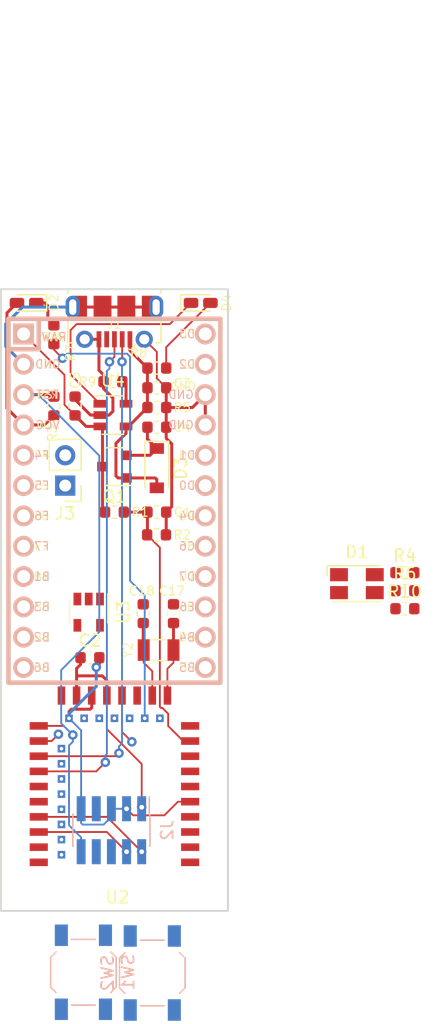
<source format=kicad_pcb>
(kicad_pcb (version 20171130) (host pcbnew "(5.0.0)")

  (general
    (thickness 1.6)
    (drawings 5)
    (tracks 215)
    (zones 0)
    (modules 32)
    (nets 27)
  )

  (page A4)
  (layers
    (0 F.Cu signal)
    (31 B.Cu signal)
    (32 B.Adhes user)
    (33 F.Adhes user)
    (34 B.Paste user)
    (35 F.Paste user)
    (36 B.SilkS user)
    (37 F.SilkS user)
    (38 B.Mask user)
    (39 F.Mask user)
    (40 Dwgs.User user)
    (41 Cmts.User user)
    (42 Eco1.User user)
    (43 Eco2.User user)
    (44 Edge.Cuts user)
    (45 Margin user)
    (46 B.CrtYd user)
    (47 F.CrtYd user)
    (48 B.Fab user)
    (49 F.Fab user)
  )

  (setup
    (last_trace_width 0.1524)
    (user_trace_width 0.1524)
    (trace_clearance 0.2)
    (zone_clearance 0.508)
    (zone_45_only no)
    (trace_min 0.1524)
    (segment_width 0.2)
    (edge_width 0.15)
    (via_size 0.8)
    (via_drill 0.4)
    (via_min_size 0.4)
    (via_min_drill 0.3)
    (uvia_size 0.3)
    (uvia_drill 0.1)
    (uvias_allowed no)
    (uvia_min_size 0.2)
    (uvia_min_drill 0.1)
    (pcb_text_width 0.3)
    (pcb_text_size 1.5 1.5)
    (mod_edge_width 0.15)
    (mod_text_size 1 1)
    (mod_text_width 0.15)
    (pad_size 1.524 1.524)
    (pad_drill 0.762)
    (pad_to_mask_clearance 0.2)
    (aux_axis_origin 0 0)
    (visible_elements 7FFFFFFF)
    (pcbplotparams
      (layerselection 0x010fc_ffffffff)
      (usegerberextensions false)
      (usegerberattributes false)
      (usegerberadvancedattributes false)
      (creategerberjobfile false)
      (excludeedgelayer true)
      (linewidth 0.100000)
      (plotframeref false)
      (viasonmask false)
      (mode 1)
      (useauxorigin false)
      (hpglpennumber 1)
      (hpglpenspeed 20)
      (hpglpendiameter 15.000000)
      (psnegative false)
      (psa4output false)
      (plotreference true)
      (plotvalue true)
      (plotinvisibletext false)
      (padsonsilk false)
      (subtractmaskfromsilk false)
      (outputformat 1)
      (mirror false)
      (drillshape 1)
      (scaleselection 1)
      (outputdirectory ""))
  )

  (net 0 "")
  (net 1 /P0.31)
  (net 2 GND)
  (net 3 VDD)
  (net 4 /VBus)
  (net 5 "Net-(C4-Pad1)")
  (net 6 /VBatt)
  (net 7 "Net-(C17-Pad1)")
  (net 8 "Net-(C18-Pad1)")
  (net 9 "Net-(D2-Pad1)")
  (net 10 "Net-(D4-Pad2)")
  (net 11 "Net-(D4-Pad1)")
  (net 12 /D-)
  (net 13 /D+)
  (net 14 /SWDIO)
  (net 15 /SWDCLK)
  (net 16 /RESET)
  (net 17 /LED1)
  (net 18 "Net-(R9-Pad1)")
  (net 19 /LED2G)
  (net 20 /LED2B)
  (net 21 /LED2R)
  (net 22 "Net-(D1-Pad1)")
  (net 23 "Net-(D1-Pad2)")
  (net 24 "Net-(D1-Pad3)")
  (net 25 /SW1)
  (net 26 /P1.10)

  (net_class Default "This is the default net class."
    (clearance 0.2)
    (trace_width 0.25)
    (via_dia 0.8)
    (via_drill 0.4)
    (uvia_dia 0.3)
    (uvia_drill 0.1)
    (add_net /D+)
    (add_net /D-)
    (add_net /LED1)
    (add_net /LED2B)
    (add_net /LED2G)
    (add_net /LED2R)
    (add_net /P0.31)
    (add_net /P1.10)
    (add_net /RESET)
    (add_net /SW1)
    (add_net /SWDCLK)
    (add_net /SWDIO)
    (add_net /VBatt)
    (add_net /VBus)
    (add_net GND)
    (add_net "Net-(C17-Pad1)")
    (add_net "Net-(C18-Pad1)")
    (add_net "Net-(C4-Pad1)")
    (add_net "Net-(D1-Pad1)")
    (add_net "Net-(D1-Pad2)")
    (add_net "Net-(D1-Pad3)")
    (add_net "Net-(D2-Pad1)")
    (add_net "Net-(D4-Pad1)")
    (add_net "Net-(D4-Pad2)")
    (add_net "Net-(R9-Pad1)")
    (add_net VDD)
  )

  (module footprints:Pro_Micro (layer F.Cu) (tedit 5C187582) (tstamp 5C3045AC)
    (at 136.525 91.122501)
    (path /5C1A0F31)
    (fp_text reference U1 (at 0.508 -14.732) (layer Eco1.User)
      (effects (font (size 1.27 1.524) (thickness 0.2032)))
    )
    (fp_text value ProMicro (at 0 1.524 90) (layer F.SilkS) hide
      (effects (font (size 1.27 1.524) (thickness 0.2032)))
    )
    (fp_line (start -6.35 -11.176) (end -8.89 -11.176) (layer B.SilkS) (width 0.381))
    (fp_line (start -6.35 -13.716) (end -6.35 -11.176) (layer B.SilkS) (width 0.381))
    (fp_line (start 8.89 16.764) (end 8.89 -13.716) (layer B.SilkS) (width 0.381))
    (fp_line (start -8.89 16.764) (end 8.89 16.764) (layer B.SilkS) (width 0.381))
    (fp_line (start -8.89 -13.716) (end -8.89 16.764) (layer B.SilkS) (width 0.381))
    (fp_line (start 8.89 -13.716) (end -8.89 -13.716) (layer B.SilkS) (width 0.381))
    (fp_text user RAW (at -5.08 -12.192) (layer B.SilkS)
      (effects (font (size 0.7 0.7) (thickness 0.1)) (justify mirror))
    )
    (fp_text user GND (at -5.588 -9.906) (layer B.SilkS)
      (effects (font (size 0.7 0.7) (thickness 0.1)) (justify mirror))
    )
    (fp_text user RST (at -5.588 -7.366) (layer B.SilkS)
      (effects (font (size 0.7 0.7) (thickness 0.1)) (justify mirror))
    )
    (fp_text user VCC (at -5.588 -4.826) (layer B.SilkS)
      (effects (font (size 0.7 0.7) (thickness 0.1)) (justify mirror))
    )
    (fp_text user F4 (at -6.096 -2.286) (layer B.SilkS)
      (effects (font (size 0.7 0.7) (thickness 0.1)) (justify mirror))
    )
    (fp_text user F5 (at -6.096 0.254) (layer B.SilkS)
      (effects (font (size 0.7 0.7) (thickness 0.1)) (justify mirror))
    )
    (fp_text user F7 (at -6.096 5.334) (layer B.SilkS)
      (effects (font (size 0.7 0.7) (thickness 0.1)) (justify mirror))
    )
    (fp_text user F6 (at -6.096 2.794) (layer B.SilkS)
      (effects (font (size 0.7 0.7) (thickness 0.1)) (justify mirror))
    )
    (fp_text user B1 (at -6.096 7.874) (layer B.SilkS)
      (effects (font (size 0.7 0.7) (thickness 0.1)) (justify mirror))
    )
    (fp_text user B3 (at -6.096 10.414) (layer B.SilkS)
      (effects (font (size 0.7 0.7) (thickness 0.1)) (justify mirror))
    )
    (fp_text user B2 (at -6.096 12.954) (layer B.SilkS)
      (effects (font (size 0.7 0.7) (thickness 0.1)) (justify mirror))
    )
    (fp_text user B6 (at -6.096 15.494) (layer B.SilkS)
      (effects (font (size 0.7 0.7) (thickness 0.1)) (justify mirror))
    )
    (fp_text user D3 (at 6.096 -12.446) (layer B.SilkS)
      (effects (font (size 0.7 0.7) (thickness 0.1)) (justify mirror))
    )
    (fp_text user D2 (at 6.096 -9.906) (layer B.SilkS)
      (effects (font (size 0.7 0.7) (thickness 0.1)) (justify mirror))
    )
    (fp_text user GND (at 5.588 -7.366) (layer B.SilkS)
      (effects (font (size 0.7 0.7) (thickness 0.1)) (justify mirror))
    )
    (fp_text user GND (at 5.588 -4.826) (layer B.SilkS)
      (effects (font (size 0.7 0.7) (thickness 0.1)) (justify mirror))
    )
    (fp_text user D1 (at 6.096 -2.286) (layer B.SilkS)
      (effects (font (size 0.7 0.7) (thickness 0.1)) (justify mirror))
    )
    (fp_text user D0 (at 6.096 0.254) (layer B.SilkS)
      (effects (font (size 0.7 0.7) (thickness 0.1)) (justify mirror))
    )
    (fp_text user D4 (at 6.096 2.794) (layer B.SilkS)
      (effects (font (size 0.7 0.7) (thickness 0.1)) (justify mirror))
    )
    (fp_text user C6 (at 6.096 5.334) (layer B.SilkS)
      (effects (font (size 0.7 0.7) (thickness 0.1)) (justify mirror))
    )
    (fp_text user D7 (at 6.096 7.874) (layer B.SilkS)
      (effects (font (size 0.7 0.7) (thickness 0.1)) (justify mirror))
    )
    (fp_text user E6 (at 6.096 10.414) (layer B.SilkS)
      (effects (font (size 0.7 0.7) (thickness 0.1)) (justify mirror))
    )
    (fp_text user B4 (at 6.096 12.954) (layer B.SilkS)
      (effects (font (size 0.7 0.7) (thickness 0.1)) (justify mirror))
    )
    (fp_text user B5 (at 6.096 15.494) (layer B.SilkS)
      (effects (font (size 0.7 0.7) (thickness 0.1)) (justify mirror))
    )
    (fp_text user B5 (at 6.096 15.494) (layer F.SilkS)
      (effects (font (size 0.7 0.7) (thickness 0.1)))
    )
    (fp_text user B4 (at 6.096 12.954) (layer F.SilkS)
      (effects (font (size 0.7 0.7) (thickness 0.1)))
    )
    (fp_text user E6 (at 6.096 10.414) (layer F.SilkS)
      (effects (font (size 0.7 0.7) (thickness 0.1)))
    )
    (fp_text user D7 (at 6.096 7.874) (layer F.SilkS)
      (effects (font (size 0.7 0.7) (thickness 0.1)))
    )
    (fp_text user C6 (at 6.096 5.334) (layer F.SilkS)
      (effects (font (size 0.7 0.7) (thickness 0.1)))
    )
    (fp_text user D4 (at 6.096 2.794) (layer F.SilkS)
      (effects (font (size 0.7 0.7) (thickness 0.1)))
    )
    (fp_text user D0 (at 6.096 0.254) (layer F.SilkS)
      (effects (font (size 0.7 0.7) (thickness 0.1)))
    )
    (fp_text user D1 (at 6.096 -2.286) (layer F.SilkS)
      (effects (font (size 0.7 0.7) (thickness 0.1)))
    )
    (fp_text user GND (at 5.588 -4.826) (layer F.SilkS)
      (effects (font (size 0.7 0.7) (thickness 0.1)))
    )
    (fp_text user GND (at 5.778499 -8.064501) (layer F.SilkS)
      (effects (font (size 0.7 0.7) (thickness 0.1)))
    )
    (fp_text user D2 (at 6.096 -9.906) (layer F.SilkS)
      (effects (font (size 0.7 0.7) (thickness 0.1)))
    )
    (fp_text user D3 (at 6.096 -12.446) (layer F.SilkS)
      (effects (font (size 0.7 0.7) (thickness 0.1)))
    )
    (fp_text user B6 (at -6.096 15.494) (layer F.SilkS)
      (effects (font (size 0.7 0.7) (thickness 0.1)))
    )
    (fp_text user B2 (at -6.096 12.954) (layer F.SilkS)
      (effects (font (size 0.7 0.7) (thickness 0.1)))
    )
    (fp_text user B3 (at -6.096 10.414) (layer F.SilkS)
      (effects (font (size 0.7 0.7) (thickness 0.1)))
    )
    (fp_text user B1 (at -6.096 7.874) (layer F.SilkS)
      (effects (font (size 0.7 0.7) (thickness 0.1)))
    )
    (fp_text user F6 (at -6.096 2.794) (layer F.SilkS)
      (effects (font (size 0.7 0.7) (thickness 0.1)))
    )
    (fp_text user F7 (at -6.096 5.334) (layer F.SilkS)
      (effects (font (size 0.7 0.7) (thickness 0.1)))
    )
    (fp_text user F5 (at -6.096 0.254) (layer F.SilkS)
      (effects (font (size 0.7 0.7) (thickness 0.1)))
    )
    (fp_text user F4 (at -6.096 -2.286) (layer F.SilkS)
      (effects (font (size 0.7 0.7) (thickness 0.1)))
    )
    (fp_text user VCC (at -5.588 -4.826) (layer F.SilkS)
      (effects (font (size 0.7 0.7) (thickness 0.1)))
    )
    (fp_text user RST (at -5.588 -7.366) (layer F.SilkS)
      (effects (font (size 0.7 0.7) (thickness 0.1)))
    )
    (fp_text user GND (at -5.588 -9.906) (layer F.SilkS)
      (effects (font (size 0.7 0.7) (thickness 0.1)))
    )
    (fp_text user RAW (at -5.08 -12.192) (layer F.SilkS)
      (effects (font (size 0.7 0.7) (thickness 0.1)))
    )
    (fp_line (start 8.89 -13.716) (end -8.89 -13.716) (layer F.SilkS) (width 0.381))
    (fp_line (start -8.89 -13.716) (end -8.89 16.764) (layer F.SilkS) (width 0.381))
    (fp_line (start -8.89 16.764) (end 8.89 16.764) (layer F.SilkS) (width 0.381))
    (fp_line (start 8.89 16.764) (end 8.89 -13.716) (layer F.SilkS) (width 0.381))
    (fp_line (start -6.35 -13.716) (end -6.35 -11.176) (layer F.SilkS) (width 0.381))
    (fp_line (start -6.35 -11.176) (end -8.89 -11.176) (layer F.SilkS) (width 0.381))
    (pad 1 thru_hole rect (at -7.62 -12.446 270) (size 1.7526 1.7526) (drill 1.0922) (layers *.Cu *.SilkS *.Mask)
      (net 6 /VBatt))
    (pad 2 thru_hole circle (at -7.62 -9.906 270) (size 1.7526 1.7526) (drill 1.0922) (layers *.Cu *.SilkS *.Mask)
      (net 2 GND))
    (pad 3 thru_hole circle (at -7.62 -7.366 270) (size 1.7526 1.7526) (drill 1.0922) (layers *.Cu *.SilkS *.Mask)
      (net 16 /RESET))
    (pad 4 thru_hole circle (at -7.62 -4.826 270) (size 1.7526 1.7526) (drill 1.0922) (layers *.Cu *.SilkS *.Mask)
      (net 3 VDD))
    (pad 5 thru_hole circle (at -7.62 -2.286 270) (size 1.7526 1.7526) (drill 1.0922) (layers *.Cu *.SilkS *.Mask))
    (pad 6 thru_hole circle (at -7.62 0.254 270) (size 1.7526 1.7526) (drill 1.0922) (layers *.Cu *.SilkS *.Mask))
    (pad 7 thru_hole circle (at -7.62 2.794 270) (size 1.7526 1.7526) (drill 1.0922) (layers *.Cu *.SilkS *.Mask))
    (pad 8 thru_hole circle (at -7.62 5.334 270) (size 1.7526 1.7526) (drill 1.0922) (layers *.Cu *.SilkS *.Mask))
    (pad 9 thru_hole circle (at -7.62 7.874 270) (size 1.7526 1.7526) (drill 1.0922) (layers *.Cu *.SilkS *.Mask))
    (pad 10 thru_hole circle (at -7.62 10.414 270) (size 1.7526 1.7526) (drill 1.0922) (layers *.Cu *.SilkS *.Mask))
    (pad 11 thru_hole circle (at -7.62 12.954 270) (size 1.7526 1.7526) (drill 1.0922) (layers *.Cu *.SilkS *.Mask))
    (pad 12 thru_hole circle (at -7.62 15.494 270) (size 1.7526 1.7526) (drill 1.0922) (layers *.Cu *.SilkS *.Mask))
    (pad 24 thru_hole circle (at 7.62 15.494 270) (size 1.7526 1.7526) (drill 1.0922) (layers *.Cu *.SilkS *.Mask))
    (pad 23 thru_hole circle (at 7.62 12.954 270) (size 1.7526 1.7526) (drill 1.0922) (layers *.Cu *.SilkS *.Mask))
    (pad 22 thru_hole circle (at 7.62 10.414 270) (size 1.7526 1.7526) (drill 1.0922) (layers *.Cu *.SilkS *.Mask))
    (pad 21 thru_hole circle (at 7.62 7.874 270) (size 1.7526 1.7526) (drill 1.0922) (layers *.Cu *.SilkS *.Mask))
    (pad 20 thru_hole circle (at 7.62 5.334 270) (size 1.7526 1.7526) (drill 1.0922) (layers *.Cu *.SilkS *.Mask))
    (pad 19 thru_hole circle (at 7.62 2.794 270) (size 1.7526 1.7526) (drill 1.0922) (layers *.Cu *.SilkS *.Mask))
    (pad 18 thru_hole circle (at 7.62 0.254 270) (size 1.7526 1.7526) (drill 1.0922) (layers *.Cu *.SilkS *.Mask))
    (pad 17 thru_hole circle (at 7.62 -2.286 270) (size 1.7526 1.7526) (drill 1.0922) (layers *.Cu *.SilkS *.Mask))
    (pad 16 thru_hole circle (at 7.62 -4.826 270) (size 1.7526 1.7526) (drill 1.0922) (layers *.Cu *.SilkS *.Mask)
      (net 2 GND))
    (pad 15 thru_hole circle (at 7.62 -7.366 270) (size 1.7526 1.7526) (drill 1.0922) (layers *.Cu *.SilkS *.Mask)
      (net 2 GND))
    (pad 14 thru_hole circle (at 7.62 -9.906 270) (size 1.7526 1.7526) (drill 1.0922) (layers *.Cu *.SilkS *.Mask))
    (pad 13 thru_hole circle (at 7.62 -12.446 270) (size 1.7526 1.7526) (drill 1.0922) (layers *.Cu *.SilkS *.Mask))
  )

  (module Connector_PinSocket_1.27mm:PinSocket_2x05_P1.27mm_Vertical_SMD (layer B.Cu) (tedit 5A19A429) (tstamp 5C3044A6)
    (at 136.271 120.247 90)
    (descr "surface-mounted straight socket strip, 2x05, 1.27mm pitch, double cols (from Kicad 4.0.7!), script generated")
    (tags "Surface mounted socket strip SMD 2x05 1.27mm double row")
    (path /5C19315A)
    (attr smd)
    (fp_text reference J2 (at 0 4.675 90) (layer B.SilkS)
      (effects (font (size 1 1) (thickness 0.15)) (justify mirror))
    )
    (fp_text value "SWD Header" (at 0 -4.675 90) (layer B.Fab)
      (effects (font (size 1 1) (thickness 0.15)) (justify mirror))
    )
    (fp_line (start -1.33 3.235) (end 1.33 3.235) (layer B.SilkS) (width 0.12))
    (fp_line (start 1.33 3.235) (end 1.33 3.175) (layer B.SilkS) (width 0.12))
    (fp_line (start 1.33 -3.175) (end 1.33 -3.235) (layer B.SilkS) (width 0.12))
    (fp_line (start -1.33 -3.235) (end 1.33 -3.235) (layer B.SilkS) (width 0.12))
    (fp_line (start -1.33 3.235) (end -1.33 3.175) (layer B.SilkS) (width 0.12))
    (fp_line (start -1.33 -3.175) (end -1.33 -3.235) (layer B.SilkS) (width 0.12))
    (fp_line (start 1.33 3.175) (end 2.79 3.175) (layer B.SilkS) (width 0.12))
    (fp_line (start -1.27 3.175) (end 0.635 3.175) (layer B.Fab) (width 0.1))
    (fp_line (start 0.635 3.175) (end 1.27 2.54) (layer B.Fab) (width 0.1))
    (fp_line (start 1.27 2.54) (end 1.27 -3.175) (layer B.Fab) (width 0.1))
    (fp_line (start 1.27 -3.175) (end -1.27 -3.175) (layer B.Fab) (width 0.1))
    (fp_line (start -1.27 -3.175) (end -1.27 3.175) (layer B.Fab) (width 0.1))
    (fp_line (start -2.555 2.74) (end -1.27 2.74) (layer B.Fab) (width 0.1))
    (fp_line (start -1.27 2.34) (end -2.555 2.34) (layer B.Fab) (width 0.1))
    (fp_line (start -2.555 2.34) (end -2.555 2.74) (layer B.Fab) (width 0.1))
    (fp_line (start 1.27 2.74) (end 2.555 2.74) (layer B.Fab) (width 0.1))
    (fp_line (start 2.555 2.74) (end 2.555 2.34) (layer B.Fab) (width 0.1))
    (fp_line (start 2.555 2.34) (end 1.27 2.34) (layer B.Fab) (width 0.1))
    (fp_line (start -2.555 1.47) (end -1.27 1.47) (layer B.Fab) (width 0.1))
    (fp_line (start -1.27 1.07) (end -2.555 1.07) (layer B.Fab) (width 0.1))
    (fp_line (start -2.555 1.07) (end -2.555 1.47) (layer B.Fab) (width 0.1))
    (fp_line (start 1.27 1.47) (end 2.555 1.47) (layer B.Fab) (width 0.1))
    (fp_line (start 2.555 1.47) (end 2.555 1.07) (layer B.Fab) (width 0.1))
    (fp_line (start 2.555 1.07) (end 1.27 1.07) (layer B.Fab) (width 0.1))
    (fp_line (start -2.555 0.2) (end -1.27 0.2) (layer B.Fab) (width 0.1))
    (fp_line (start -1.27 -0.2) (end -2.555 -0.2) (layer B.Fab) (width 0.1))
    (fp_line (start -2.555 -0.2) (end -2.555 0.2) (layer B.Fab) (width 0.1))
    (fp_line (start 1.27 0.2) (end 2.555 0.2) (layer B.Fab) (width 0.1))
    (fp_line (start 2.555 0.2) (end 2.555 -0.2) (layer B.Fab) (width 0.1))
    (fp_line (start 2.555 -0.2) (end 1.27 -0.2) (layer B.Fab) (width 0.1))
    (fp_line (start -2.555 -1.07) (end -1.27 -1.07) (layer B.Fab) (width 0.1))
    (fp_line (start -1.27 -1.47) (end -2.555 -1.47) (layer B.Fab) (width 0.1))
    (fp_line (start -2.555 -1.47) (end -2.555 -1.07) (layer B.Fab) (width 0.1))
    (fp_line (start 1.27 -1.07) (end 2.555 -1.07) (layer B.Fab) (width 0.1))
    (fp_line (start 2.555 -1.07) (end 2.555 -1.47) (layer B.Fab) (width 0.1))
    (fp_line (start 2.555 -1.47) (end 1.27 -1.47) (layer B.Fab) (width 0.1))
    (fp_line (start -2.555 -2.34) (end -1.27 -2.34) (layer B.Fab) (width 0.1))
    (fp_line (start -1.27 -2.74) (end -2.555 -2.74) (layer B.Fab) (width 0.1))
    (fp_line (start -2.555 -2.74) (end -2.555 -2.34) (layer B.Fab) (width 0.1))
    (fp_line (start 1.27 -2.34) (end 2.555 -2.34) (layer B.Fab) (width 0.1))
    (fp_line (start 2.555 -2.34) (end 2.555 -2.74) (layer B.Fab) (width 0.1))
    (fp_line (start 2.555 -2.74) (end 1.27 -2.74) (layer B.Fab) (width 0.1))
    (fp_line (start -3.35 3.7) (end 3.35 3.7) (layer B.CrtYd) (width 0.05))
    (fp_line (start 3.35 3.7) (end 3.35 -3.65) (layer B.CrtYd) (width 0.05))
    (fp_line (start 3.35 -3.65) (end -3.35 -3.65) (layer B.CrtYd) (width 0.05))
    (fp_line (start -3.35 -3.65) (end -3.35 3.7) (layer B.CrtYd) (width 0.05))
    (fp_text user %R (at 0 0) (layer B.Fab)
      (effects (font (size 1 1) (thickness 0.15)) (justify mirror))
    )
    (pad 1 smd rect (at 1.8 2.54 90) (size 2.1 0.75) (layers B.Cu B.Paste B.Mask)
      (net 3 VDD))
    (pad 2 smd rect (at -1.8 2.54 90) (size 2.1 0.75) (layers B.Cu B.Paste B.Mask)
      (net 14 /SWDIO))
    (pad 3 smd rect (at 1.8 1.27 90) (size 2.1 0.75) (layers B.Cu B.Paste B.Mask)
      (net 2 GND))
    (pad 4 smd rect (at -1.8 1.27 90) (size 2.1 0.75) (layers B.Cu B.Paste B.Mask)
      (net 15 /SWDCLK))
    (pad 5 smd rect (at 1.8 0 90) (size 2.1 0.75) (layers B.Cu B.Paste B.Mask)
      (net 2 GND))
    (pad 6 smd rect (at -1.8 0 90) (size 2.1 0.75) (layers B.Cu B.Paste B.Mask))
    (pad 7 smd rect (at 1.8 -1.27 90) (size 2.1 0.75) (layers B.Cu B.Paste B.Mask))
    (pad 8 smd rect (at -1.8 -1.27 90) (size 2.1 0.75) (layers B.Cu B.Paste B.Mask))
    (pad 9 smd rect (at 1.8 -2.54 90) (size 2.1 0.75) (layers B.Cu B.Paste B.Mask)
      (net 2 GND))
    (pad 10 smd rect (at -1.8 -2.54 90) (size 2.1 0.75) (layers B.Cu B.Paste B.Mask)
      (net 16 /RESET))
    (model ${KISYS3DMOD}/Connector_PinSocket_1.27mm.3dshapes/PinSocket_2x05_P1.27mm_Vertical_SMD.wrl
      (at (xyz 0 0 0))
      (scale (xyz 1 1 1))
      (rotate (xyz 0 0 0))
    )
  )

  (module LED_SMD:LED_0603_1608Metric_Castellated (layer F.Cu) (tedit 5C19D5D0) (tstamp 5C2DB78B)
    (at 129.159 76.073 180)
    (descr "LED SMD 0603 (1608 Metric), castellated end terminal, IPC_7351 nominal, (Body size source: http://www.tortai-tech.com/upload/download/2011102023233369053.pdf), generated with kicad-footprint-generator")
    (tags "LED castellated")
    (path /5C18C24A)
    (attr smd)
    (fp_text reference D2 (at -2.286 0 270) (layer F.SilkS)
      (effects (font (size 0.75 0.75) (thickness 0.1)))
    )
    (fp_text value LED (at 0 1.38 180) (layer F.Fab)
      (effects (font (size 1 1) (thickness 0.15)))
    )
    (fp_line (start 0.8 -0.4) (end -0.5 -0.4) (layer F.Fab) (width 0.1))
    (fp_line (start -0.5 -0.4) (end -0.8 -0.1) (layer F.Fab) (width 0.1))
    (fp_line (start -0.8 -0.1) (end -0.8 0.4) (layer F.Fab) (width 0.1))
    (fp_line (start -0.8 0.4) (end 0.8 0.4) (layer F.Fab) (width 0.1))
    (fp_line (start 0.8 0.4) (end 0.8 -0.4) (layer F.Fab) (width 0.1))
    (fp_line (start 0.8 -0.685) (end -1.685 -0.685) (layer F.SilkS) (width 0.12))
    (fp_line (start -1.685 -0.685) (end -1.685 0.685) (layer F.SilkS) (width 0.12))
    (fp_line (start -1.685 0.685) (end 0.8 0.685) (layer F.SilkS) (width 0.12))
    (fp_line (start -1.68 0.68) (end -1.68 -0.68) (layer F.CrtYd) (width 0.05))
    (fp_line (start -1.68 -0.68) (end 1.68 -0.68) (layer F.CrtYd) (width 0.05))
    (fp_line (start 1.68 -0.68) (end 1.68 0.68) (layer F.CrtYd) (width 0.05))
    (fp_line (start 1.68 0.68) (end -1.68 0.68) (layer F.CrtYd) (width 0.05))
    (fp_text user %R (at 0 0 180) (layer F.Fab)
      (effects (font (size 0.4 0.4) (thickness 0.06)))
    )
    (pad 1 smd roundrect (at -0.8125 0 180) (size 1.225 0.85) (layers F.Cu F.Paste F.Mask) (roundrect_rratio 0.25)
      (net 9 "Net-(D2-Pad1)"))
    (pad 2 smd roundrect (at 0.8125 0 180) (size 1.225 0.85) (layers F.Cu F.Paste F.Mask) (roundrect_rratio 0.25)
      (net 3 VDD))
    (model ${KISYS3DMOD}/LED_SMD.3dshapes/LED_0603_1608Metric_Castellated.wrl
      (at (xyz 0 0 0))
      (scale (xyz 1 1 1))
      (rotate (xyz 0 0 0))
    )
  )

  (module Diode_SMD:D_SOD-123 (layer F.Cu) (tedit 58645DC7) (tstamp 5C30442D)
    (at 140.081 89.917 270)
    (descr SOD-123)
    (tags SOD-123)
    (path /5C1E2D0A)
    (attr smd)
    (fp_text reference D3 (at 0 -2 270) (layer F.SilkS)
      (effects (font (size 1 1) (thickness 0.15)))
    )
    (fp_text value D_Schottky (at 0 2.1 270) (layer F.Fab)
      (effects (font (size 1 1) (thickness 0.15)))
    )
    (fp_text user %R (at 0 -2 270) (layer F.Fab)
      (effects (font (size 1 1) (thickness 0.15)))
    )
    (fp_line (start -2.25 -1) (end -2.25 1) (layer F.SilkS) (width 0.12))
    (fp_line (start 0.25 0) (end 0.75 0) (layer F.Fab) (width 0.1))
    (fp_line (start 0.25 0.4) (end -0.35 0) (layer F.Fab) (width 0.1))
    (fp_line (start 0.25 -0.4) (end 0.25 0.4) (layer F.Fab) (width 0.1))
    (fp_line (start -0.35 0) (end 0.25 -0.4) (layer F.Fab) (width 0.1))
    (fp_line (start -0.35 0) (end -0.35 0.55) (layer F.Fab) (width 0.1))
    (fp_line (start -0.35 0) (end -0.35 -0.55) (layer F.Fab) (width 0.1))
    (fp_line (start -0.75 0) (end -0.35 0) (layer F.Fab) (width 0.1))
    (fp_line (start -1.4 0.9) (end -1.4 -0.9) (layer F.Fab) (width 0.1))
    (fp_line (start 1.4 0.9) (end -1.4 0.9) (layer F.Fab) (width 0.1))
    (fp_line (start 1.4 -0.9) (end 1.4 0.9) (layer F.Fab) (width 0.1))
    (fp_line (start -1.4 -0.9) (end 1.4 -0.9) (layer F.Fab) (width 0.1))
    (fp_line (start -2.35 -1.15) (end 2.35 -1.15) (layer F.CrtYd) (width 0.05))
    (fp_line (start 2.35 -1.15) (end 2.35 1.15) (layer F.CrtYd) (width 0.05))
    (fp_line (start 2.35 1.15) (end -2.35 1.15) (layer F.CrtYd) (width 0.05))
    (fp_line (start -2.35 -1.15) (end -2.35 1.15) (layer F.CrtYd) (width 0.05))
    (fp_line (start -2.25 1) (end 1.65 1) (layer F.SilkS) (width 0.12))
    (fp_line (start -2.25 -1) (end 1.65 -1) (layer F.SilkS) (width 0.12))
    (pad 1 smd rect (at -1.65 0 270) (size 0.9 1.2) (layers F.Cu F.Paste F.Mask)
      (net 5 "Net-(C4-Pad1)"))
    (pad 2 smd rect (at 1.65 0 270) (size 0.9 1.2) (layers F.Cu F.Paste F.Mask)
      (net 4 /VBus))
    (model ${KISYS3DMOD}/Diode_SMD.3dshapes/D_SOD-123.wrl
      (at (xyz 0 0 0))
      (scale (xyz 1 1 1))
      (rotate (xyz 0 0 0))
    )
  )

  (module LED_SMD:LED_0603_1608Metric_Castellated (layer F.Cu) (tedit 5C19D5DD) (tstamp 5C304440)
    (at 143.764 76.073)
    (descr "LED SMD 0603 (1608 Metric), castellated end terminal, IPC_7351 nominal, (Body size source: http://www.tortai-tech.com/upload/download/2011102023233369053.pdf), generated with kicad-footprint-generator")
    (tags "LED castellated")
    (path /5C1B974D)
    (attr smd)
    (fp_text reference D4 (at 2.159 0 90) (layer F.SilkS)
      (effects (font (size 0.75 0.75) (thickness 0.1)))
    )
    (fp_text value LED (at 0 1.38) (layer F.Fab)
      (effects (font (size 1 1) (thickness 0.15)))
    )
    (fp_text user %R (at 0 0) (layer F.Fab)
      (effects (font (size 0.4 0.4) (thickness 0.06)))
    )
    (fp_line (start 1.68 0.68) (end -1.68 0.68) (layer F.CrtYd) (width 0.05))
    (fp_line (start 1.68 -0.68) (end 1.68 0.68) (layer F.CrtYd) (width 0.05))
    (fp_line (start -1.68 -0.68) (end 1.68 -0.68) (layer F.CrtYd) (width 0.05))
    (fp_line (start -1.68 0.68) (end -1.68 -0.68) (layer F.CrtYd) (width 0.05))
    (fp_line (start -1.685 0.685) (end 0.8 0.685) (layer F.SilkS) (width 0.12))
    (fp_line (start -1.685 -0.685) (end -1.685 0.685) (layer F.SilkS) (width 0.12))
    (fp_line (start 0.8 -0.685) (end -1.685 -0.685) (layer F.SilkS) (width 0.12))
    (fp_line (start 0.8 0.4) (end 0.8 -0.4) (layer F.Fab) (width 0.1))
    (fp_line (start -0.8 0.4) (end 0.8 0.4) (layer F.Fab) (width 0.1))
    (fp_line (start -0.8 -0.1) (end -0.8 0.4) (layer F.Fab) (width 0.1))
    (fp_line (start -0.5 -0.4) (end -0.8 -0.1) (layer F.Fab) (width 0.1))
    (fp_line (start 0.8 -0.4) (end -0.5 -0.4) (layer F.Fab) (width 0.1))
    (pad 2 smd roundrect (at 0.8125 0) (size 1.225 0.85) (layers F.Cu F.Paste F.Mask) (roundrect_rratio 0.25)
      (net 10 "Net-(D4-Pad2)"))
    (pad 1 smd roundrect (at -0.8125 0) (size 1.225 0.85) (layers F.Cu F.Paste F.Mask) (roundrect_rratio 0.25)
      (net 11 "Net-(D4-Pad1)"))
    (model ${KISYS3DMOD}/LED_SMD.3dshapes/LED_0603_1608Metric_Castellated.wrl
      (at (xyz 0 0 0))
      (scale (xyz 1 1 1))
      (rotate (xyz 0 0 0))
    )
  )

  (module Connector_USB:USB_Micro-B_Molex-105017-0001 (layer F.Cu) (tedit 5C2D48AA) (tstamp 5C2DB4F4)
    (at 136.525 77.6605 180)
    (descr http://www.molex.com/pdm_docs/sd/1050170001_sd.pdf)
    (tags "Micro-USB SMD Typ-B")
    (path /5C185656)
    (attr smd)
    (fp_text reference J1 (at 0 -0.1905 180) (layer F.SilkS)
      (effects (font (size 0.75 0.75) (thickness 0.1)))
    )
    (fp_text value USB_B_Micro (at 0.3 4.3375 180) (layer F.Fab)
      (effects (font (size 1 1) (thickness 0.15)))
    )
    (fp_text user "PCB Edge" (at 0 2.6875 180) (layer Dwgs.User)
      (effects (font (size 0.5 0.5) (thickness 0.08)))
    )
    (fp_text user %R (at 0 0.8875 180) (layer F.Fab)
      (effects (font (size 1 1) (thickness 0.15)))
    )
    (fp_line (start -4.4 3.64) (end 4.4 3.64) (layer F.CrtYd) (width 0.05))
    (fp_line (start 4.4 -2.46) (end 4.4 3.64) (layer F.CrtYd) (width 0.05))
    (fp_line (start -4.4 -2.46) (end 4.4 -2.46) (layer F.CrtYd) (width 0.05))
    (fp_line (start -4.4 3.64) (end -4.4 -2.46) (layer F.CrtYd) (width 0.05))
    (fp_line (start -3.9 -1.7625) (end -3.45 -1.7625) (layer F.SilkS) (width 0.12))
    (fp_line (start -3.9 0.0875) (end -3.9 -1.7625) (layer F.SilkS) (width 0.12))
    (fp_line (start 3.9 2.6375) (end 3.9 2.3875) (layer F.SilkS) (width 0.12))
    (fp_line (start 3.75 3.3875) (end 3.75 -1.6125) (layer F.Fab) (width 0.1))
    (fp_line (start -3 2.689204) (end 3 2.689204) (layer F.Fab) (width 0.1))
    (fp_line (start -3.75 3.389204) (end 3.75 3.389204) (layer F.Fab) (width 0.1))
    (fp_line (start -3.75 -1.6125) (end 3.75 -1.6125) (layer F.Fab) (width 0.1))
    (fp_line (start -3.75 3.3875) (end -3.75 -1.6125) (layer F.Fab) (width 0.1))
    (fp_line (start -3.9 2.6375) (end -3.9 2.3875) (layer F.SilkS) (width 0.12))
    (fp_line (start 3.9 0.0875) (end 3.9 -1.7625) (layer F.SilkS) (width 0.12))
    (fp_line (start 3.9 -1.7625) (end 3.45 -1.7625) (layer F.SilkS) (width 0.12))
    (fp_line (start -1.7 -2.3125) (end -1.25 -2.3125) (layer F.SilkS) (width 0.12))
    (fp_line (start -1.7 -2.3125) (end -1.7 -1.8625) (layer F.SilkS) (width 0.12))
    (fp_line (start -1.3 -1.7125) (end -1.5 -1.9125) (layer F.Fab) (width 0.1))
    (fp_line (start -1.1 -1.9125) (end -1.3 -1.7125) (layer F.Fab) (width 0.1))
    (fp_line (start -1.5 -2.1225) (end -1.1 -2.1225) (layer F.Fab) (width 0.1))
    (fp_line (start -1.5 -2.1225) (end -1.5 -1.9125) (layer F.Fab) (width 0.1))
    (fp_line (start -1.1 -2.1225) (end -1.1 -1.9125) (layer F.Fab) (width 0.1))
    (pad 6 smd rect (at 1 1.2375 180) (size 1.5 1.9) (layers F.Cu F.Paste F.Mask)
      (net 2 GND))
    (pad 6 thru_hole circle (at -2.5 -1.4625 180) (size 1.45 1.45) (drill 0.85) (layers *.Cu *.Mask)
      (net 2 GND))
    (pad 2 smd rect (at -0.65 -1.4625 180) (size 0.4 1.35) (layers F.Cu F.Paste F.Mask)
      (net 12 /D-))
    (pad 1 smd rect (at -1.3 -1.4625 180) (size 0.4 1.35) (layers F.Cu F.Paste F.Mask)
      (net 4 /VBus))
    (pad 5 smd rect (at 1.3 -1.4625 180) (size 0.4 1.35) (layers F.Cu F.Paste F.Mask)
      (net 2 GND))
    (pad 4 smd rect (at 0.65 -1.4625 180) (size 0.4 1.35) (layers F.Cu F.Paste F.Mask))
    (pad 3 smd rect (at 0 -1.4625 180) (size 0.4 1.35) (layers F.Cu F.Paste F.Mask)
      (net 13 /D+))
    (pad 6 thru_hole circle (at 2.5 -1.4625 180) (size 1.45 1.45) (drill 0.85) (layers *.Cu *.Mask)
      (net 2 GND))
    (pad 6 smd rect (at -1 1.2375 180) (size 1.5 1.9) (layers F.Cu F.Paste F.Mask)
      (net 2 GND))
    (pad 6 thru_hole oval (at -3.5 1.2375) (size 1.2 1.9) (drill oval 0.6 1.3) (layers *.Cu *.Mask)
      (net 2 GND))
    (pad 6 thru_hole oval (at 3.5 1.2375 180) (size 1.2 1.9) (drill oval 0.6 1.3) (layers *.Cu *.Mask)
      (net 2 GND))
    (pad 6 smd rect (at 2.9 1.2375 180) (size 1.2 1.9) (layers F.Cu F.Mask)
      (net 2 GND))
    (pad 6 smd rect (at -2.9 1.2375 180) (size 1.2 1.9) (layers F.Cu F.Mask)
      (net 2 GND))
    (model ${KISYS3DMOD}/Connector_USB.3dshapes/USB_Micro-B_Molex-105017-0001.wrl
      (at (xyz 0 0 0))
      (scale (xyz 1 1 1))
      (rotate (xyz 0 0 0))
    )
  )

  (module Package_TO_SOT_SMD:SOT-23 (layer F.Cu) (tedit 5A02FF57) (tstamp 5C305473)
    (at 136.525 89.789 180)
    (descr "SOT-23, Standard")
    (tags SOT-23)
    (path /5C1E2C4C)
    (attr smd)
    (fp_text reference Q1 (at 0 -2.5 180) (layer F.SilkS)
      (effects (font (size 1 1) (thickness 0.15)))
    )
    (fp_text value TP0610T (at 0 2.5 180) (layer F.Fab)
      (effects (font (size 1 1) (thickness 0.15)))
    )
    (fp_text user %R (at 0 0 -90) (layer F.Fab)
      (effects (font (size 0.5 0.5) (thickness 0.075)))
    )
    (fp_line (start -0.7 -0.95) (end -0.7 1.5) (layer F.Fab) (width 0.1))
    (fp_line (start -0.15 -1.52) (end 0.7 -1.52) (layer F.Fab) (width 0.1))
    (fp_line (start -0.7 -0.95) (end -0.15 -1.52) (layer F.Fab) (width 0.1))
    (fp_line (start 0.7 -1.52) (end 0.7 1.52) (layer F.Fab) (width 0.1))
    (fp_line (start -0.7 1.52) (end 0.7 1.52) (layer F.Fab) (width 0.1))
    (fp_line (start 0.76 1.58) (end 0.76 0.65) (layer F.SilkS) (width 0.12))
    (fp_line (start 0.76 -1.58) (end 0.76 -0.65) (layer F.SilkS) (width 0.12))
    (fp_line (start -1.7 -1.75) (end 1.7 -1.75) (layer F.CrtYd) (width 0.05))
    (fp_line (start 1.7 -1.75) (end 1.7 1.75) (layer F.CrtYd) (width 0.05))
    (fp_line (start 1.7 1.75) (end -1.7 1.75) (layer F.CrtYd) (width 0.05))
    (fp_line (start -1.7 1.75) (end -1.7 -1.75) (layer F.CrtYd) (width 0.05))
    (fp_line (start 0.76 -1.58) (end -1.4 -1.58) (layer F.SilkS) (width 0.12))
    (fp_line (start 0.76 1.58) (end -0.7 1.58) (layer F.SilkS) (width 0.12))
    (pad 1 smd rect (at -1 -0.95 180) (size 0.9 0.8) (layers F.Cu F.Paste F.Mask)
      (net 4 /VBus))
    (pad 2 smd rect (at -1 0.95 180) (size 0.9 0.8) (layers F.Cu F.Paste F.Mask)
      (net 5 "Net-(C4-Pad1)"))
    (pad 3 smd rect (at 1 0 180) (size 0.9 0.8) (layers F.Cu F.Paste F.Mask)
      (net 6 /VBatt))
    (model ${KISYS3DMOD}/Package_TO_SOT_SMD.3dshapes/SOT-23.wrl
      (at (xyz 0 0 0))
      (scale (xyz 1 1 1))
      (rotate (xyz 0 0 0))
    )
  )

  (module Package_TO_SOT_SMD:SOT-23-5 (layer F.Cu) (tedit 5A02FF57) (tstamp 5C3045C1)
    (at 134.366 101.981 270)
    (descr "5-pin SOT23 package")
    (tags SOT-23-5)
    (path /5C1854E4)
    (attr smd)
    (fp_text reference U3 (at 0 -2.9 270) (layer F.SilkS)
      (effects (font (size 1 1) (thickness 0.15)))
    )
    (fp_text value AP2112K-3.3 (at 0 2.9 270) (layer F.Fab)
      (effects (font (size 1 1) (thickness 0.15)))
    )
    (fp_text user %R (at 0 0) (layer F.Fab)
      (effects (font (size 0.5 0.5) (thickness 0.075)))
    )
    (fp_line (start -0.9 1.61) (end 0.9 1.61) (layer F.SilkS) (width 0.12))
    (fp_line (start 0.9 -1.61) (end -1.55 -1.61) (layer F.SilkS) (width 0.12))
    (fp_line (start -1.9 -1.8) (end 1.9 -1.8) (layer F.CrtYd) (width 0.05))
    (fp_line (start 1.9 -1.8) (end 1.9 1.8) (layer F.CrtYd) (width 0.05))
    (fp_line (start 1.9 1.8) (end -1.9 1.8) (layer F.CrtYd) (width 0.05))
    (fp_line (start -1.9 1.8) (end -1.9 -1.8) (layer F.CrtYd) (width 0.05))
    (fp_line (start -0.9 -0.9) (end -0.25 -1.55) (layer F.Fab) (width 0.1))
    (fp_line (start 0.9 -1.55) (end -0.25 -1.55) (layer F.Fab) (width 0.1))
    (fp_line (start -0.9 -0.9) (end -0.9 1.55) (layer F.Fab) (width 0.1))
    (fp_line (start 0.9 1.55) (end -0.9 1.55) (layer F.Fab) (width 0.1))
    (fp_line (start 0.9 -1.55) (end 0.9 1.55) (layer F.Fab) (width 0.1))
    (pad 1 smd rect (at -1.1 -0.95 270) (size 1.06 0.65) (layers F.Cu F.Paste F.Mask)
      (net 5 "Net-(C4-Pad1)"))
    (pad 2 smd rect (at -1.1 0 270) (size 1.06 0.65) (layers F.Cu F.Paste F.Mask)
      (net 2 GND))
    (pad 3 smd rect (at -1.1 0.95 270) (size 1.06 0.65) (layers F.Cu F.Paste F.Mask)
      (net 5 "Net-(C4-Pad1)"))
    (pad 4 smd rect (at 1.1 0.95 270) (size 1.06 0.65) (layers F.Cu F.Paste F.Mask))
    (pad 5 smd rect (at 1.1 -0.95 270) (size 1.06 0.65) (layers F.Cu F.Paste F.Mask)
      (net 3 VDD))
    (model ${KISYS3DMOD}/Package_TO_SOT_SMD.3dshapes/SOT-23-5.wrl
      (at (xyz 0 0 0))
      (scale (xyz 1 1 1))
      (rotate (xyz 0 0 0))
    )
  )

  (module Package_TO_SOT_SMD:SOT-23-5 (layer F.Cu) (tedit 5A02FF57) (tstamp 5C3045D6)
    (at 136.398 85.471)
    (descr "5-pin SOT23 package")
    (tags SOT-23-5)
    (path /5C1B35AA)
    (attr smd)
    (fp_text reference U4 (at 0 -2.9) (layer F.SilkS)
      (effects (font (size 1 1) (thickness 0.15)))
    )
    (fp_text value TP4054ST (at 0 2.9) (layer F.Fab)
      (effects (font (size 1 1) (thickness 0.15)))
    )
    (fp_line (start 0.9 -1.55) (end 0.9 1.55) (layer F.Fab) (width 0.1))
    (fp_line (start 0.9 1.55) (end -0.9 1.55) (layer F.Fab) (width 0.1))
    (fp_line (start -0.9 -0.9) (end -0.9 1.55) (layer F.Fab) (width 0.1))
    (fp_line (start 0.9 -1.55) (end -0.25 -1.55) (layer F.Fab) (width 0.1))
    (fp_line (start -0.9 -0.9) (end -0.25 -1.55) (layer F.Fab) (width 0.1))
    (fp_line (start -1.9 1.8) (end -1.9 -1.8) (layer F.CrtYd) (width 0.05))
    (fp_line (start 1.9 1.8) (end -1.9 1.8) (layer F.CrtYd) (width 0.05))
    (fp_line (start 1.9 -1.8) (end 1.9 1.8) (layer F.CrtYd) (width 0.05))
    (fp_line (start -1.9 -1.8) (end 1.9 -1.8) (layer F.CrtYd) (width 0.05))
    (fp_line (start 0.9 -1.61) (end -1.55 -1.61) (layer F.SilkS) (width 0.12))
    (fp_line (start -0.9 1.61) (end 0.9 1.61) (layer F.SilkS) (width 0.12))
    (fp_text user %R (at 0 0 -270) (layer F.Fab)
      (effects (font (size 0.5 0.5) (thickness 0.075)))
    )
    (pad 5 smd rect (at 1.1 -0.95) (size 1.06 0.65) (layers F.Cu F.Paste F.Mask)
      (net 18 "Net-(R9-Pad1)"))
    (pad 4 smd rect (at 1.1 0.95) (size 1.06 0.65) (layers F.Cu F.Paste F.Mask)
      (net 4 /VBus))
    (pad 3 smd rect (at -1.1 0.95) (size 1.06 0.65) (layers F.Cu F.Paste F.Mask)
      (net 6 /VBatt))
    (pad 2 smd rect (at -1.1 0) (size 1.06 0.65) (layers F.Cu F.Paste F.Mask)
      (net 2 GND))
    (pad 1 smd rect (at -1.1 -0.95) (size 1.06 0.65) (layers F.Cu F.Paste F.Mask)
      (net 11 "Net-(D4-Pad1)"))
    (model ${KISYS3DMOD}/Package_TO_SOT_SMD.3dshapes/SOT-23-5.wrl
      (at (xyz 0 0 0))
      (scale (xyz 1 1 1))
      (rotate (xyz 0 0 0))
    )
  )

  (module Crystal:Crystal_SMD_3215-2Pin_3.2x1.5mm (layer F.Cu) (tedit 5C19D488) (tstamp 5C3045E7)
    (at 140.228 105.156)
    (descr "SMD Crystal FC-135 https://support.epson.biz/td/api/doc_check.php?dl=brief_FC-135R_en.pdf")
    (tags "SMD SMT Crystal")
    (path /5C1858BC)
    (attr smd)
    (fp_text reference Y2 (at -2.56 0 90) (layer F.SilkS)
      (effects (font (size 0.75 0.75) (thickness 0.1)))
    )
    (fp_text value 32.768kHz (at 0 2) (layer F.Fab)
      (effects (font (size 1 1) (thickness 0.15)))
    )
    (fp_text user %R (at 0 -2) (layer F.Fab)
      (effects (font (size 1 1) (thickness 0.15)))
    )
    (fp_line (start -2 -1.15) (end 2 -1.15) (layer F.CrtYd) (width 0.05))
    (fp_line (start -1.6 -0.75) (end -1.6 0.75) (layer F.Fab) (width 0.1))
    (fp_line (start -0.675 0.875) (end 0.675 0.875) (layer F.SilkS) (width 0.12))
    (fp_line (start -0.675 -0.875) (end 0.675 -0.875) (layer F.SilkS) (width 0.12))
    (fp_line (start 1.6 -0.75) (end 1.6 0.75) (layer F.Fab) (width 0.1))
    (fp_line (start -1.6 -0.75) (end 1.6 -0.75) (layer F.Fab) (width 0.1))
    (fp_line (start -1.6 0.75) (end 1.6 0.75) (layer F.Fab) (width 0.1))
    (fp_line (start -2 1.15) (end 2 1.15) (layer F.CrtYd) (width 0.05))
    (fp_line (start -2 -1.15) (end -2 1.15) (layer F.CrtYd) (width 0.05))
    (fp_line (start 2 -1.15) (end 2 1.15) (layer F.CrtYd) (width 0.05))
    (pad 1 smd rect (at 1.25 0) (size 1 1.8) (layers F.Cu F.Paste F.Mask)
      (net 7 "Net-(C17-Pad1)"))
    (pad 2 smd rect (at -1.25 0) (size 1 1.8) (layers F.Cu F.Paste F.Mask)
      (net 8 "Net-(C18-Pad1)"))
    (model ${KISYS3DMOD}/Crystal.3dshapes/Crystal_SMD_3215-2Pin_3.2x1.5mm.wrl
      (at (xyz 0 0 0))
      (scale (xyz 1 1 1))
      (rotate (xyz 0 0 0))
    )
  )

  (module Capacitor_SMD:C_0603_1608Metric (layer F.Cu) (tedit 5C19D420) (tstamp 5C3C680D)
    (at 140.081 93.599)
    (descr "Capacitor SMD 0603 (1608 Metric), square (rectangular) end terminal, IPC_7351 nominal, (Body size source: http://www.tortai-tech.com/upload/download/2011102023233369053.pdf), generated with kicad-footprint-generator")
    (tags capacitor)
    (path /5C188925)
    (attr smd)
    (fp_text reference C1 (at 2.159 0) (layer F.SilkS)
      (effects (font (size 0.75 0.75) (thickness 0.1)))
    )
    (fp_text value 1nF (at 0 1.43) (layer F.Fab)
      (effects (font (size 1 1) (thickness 0.15)))
    )
    (fp_line (start -0.8 0.4) (end -0.8 -0.4) (layer F.Fab) (width 0.1))
    (fp_line (start -0.8 -0.4) (end 0.8 -0.4) (layer F.Fab) (width 0.1))
    (fp_line (start 0.8 -0.4) (end 0.8 0.4) (layer F.Fab) (width 0.1))
    (fp_line (start 0.8 0.4) (end -0.8 0.4) (layer F.Fab) (width 0.1))
    (fp_line (start -0.162779 -0.51) (end 0.162779 -0.51) (layer F.SilkS) (width 0.12))
    (fp_line (start -0.162779 0.51) (end 0.162779 0.51) (layer F.SilkS) (width 0.12))
    (fp_line (start -1.48 0.73) (end -1.48 -0.73) (layer F.CrtYd) (width 0.05))
    (fp_line (start -1.48 -0.73) (end 1.48 -0.73) (layer F.CrtYd) (width 0.05))
    (fp_line (start 1.48 -0.73) (end 1.48 0.73) (layer F.CrtYd) (width 0.05))
    (fp_line (start 1.48 0.73) (end -1.48 0.73) (layer F.CrtYd) (width 0.05))
    (fp_text user %R (at 0 0) (layer F.Fab)
      (effects (font (size 0.4 0.4) (thickness 0.06)))
    )
    (pad 1 smd roundrect (at -0.7875 0) (size 0.875 0.95) (layers F.Cu F.Paste F.Mask) (roundrect_rratio 0.25)
      (net 1 /P0.31))
    (pad 2 smd roundrect (at 0.7875 0) (size 0.875 0.95) (layers F.Cu F.Paste F.Mask) (roundrect_rratio 0.25)
      (net 2 GND))
    (model ${KISYS3DMOD}/Capacitor_SMD.3dshapes/C_0603_1608Metric.wrl
      (at (xyz 0 0 0))
      (scale (xyz 1 1 1))
      (rotate (xyz 0 0 0))
    )
  )

  (module Capacitor_SMD:C_0603_1608Metric (layer F.Cu) (tedit 5B301BBE) (tstamp 5C3C6CD4)
    (at 134.4675 105.791)
    (descr "Capacitor SMD 0603 (1608 Metric), square (rectangular) end terminal, IPC_7351 nominal, (Body size source: http://www.tortai-tech.com/upload/download/2011102023233369053.pdf), generated with kicad-footprint-generator")
    (tags capacitor)
    (path /5C1AA634)
    (attr smd)
    (fp_text reference C2 (at 0 -1.43) (layer F.SilkS)
      (effects (font (size 1 1) (thickness 0.15)))
    )
    (fp_text value 10uF (at 0 1.43) (layer F.Fab)
      (effects (font (size 1 1) (thickness 0.15)))
    )
    (fp_line (start -0.8 0.4) (end -0.8 -0.4) (layer F.Fab) (width 0.1))
    (fp_line (start -0.8 -0.4) (end 0.8 -0.4) (layer F.Fab) (width 0.1))
    (fp_line (start 0.8 -0.4) (end 0.8 0.4) (layer F.Fab) (width 0.1))
    (fp_line (start 0.8 0.4) (end -0.8 0.4) (layer F.Fab) (width 0.1))
    (fp_line (start -0.162779 -0.51) (end 0.162779 -0.51) (layer F.SilkS) (width 0.12))
    (fp_line (start -0.162779 0.51) (end 0.162779 0.51) (layer F.SilkS) (width 0.12))
    (fp_line (start -1.48 0.73) (end -1.48 -0.73) (layer F.CrtYd) (width 0.05))
    (fp_line (start -1.48 -0.73) (end 1.48 -0.73) (layer F.CrtYd) (width 0.05))
    (fp_line (start 1.48 -0.73) (end 1.48 0.73) (layer F.CrtYd) (width 0.05))
    (fp_line (start 1.48 0.73) (end -1.48 0.73) (layer F.CrtYd) (width 0.05))
    (fp_text user %R (at 0 0) (layer F.Fab)
      (effects (font (size 0.4 0.4) (thickness 0.06)))
    )
    (pad 1 smd roundrect (at -0.7875 0) (size 0.875 0.95) (layers F.Cu F.Paste F.Mask) (roundrect_rratio 0.25)
      (net 3 VDD))
    (pad 2 smd roundrect (at 0.7875 0) (size 0.875 0.95) (layers F.Cu F.Paste F.Mask) (roundrect_rratio 0.25)
      (net 2 GND))
    (model ${KISYS3DMOD}/Capacitor_SMD.3dshapes/C_0603_1608Metric.wrl
      (at (xyz 0 0 0))
      (scale (xyz 1 1 1))
      (rotate (xyz 0 0 0))
    )
  )

  (module Capacitor_SMD:C_0603_1608Metric (layer F.Cu) (tedit 5C19D34A) (tstamp 5C3C682D)
    (at 140.081 83.185)
    (descr "Capacitor SMD 0603 (1608 Metric), square (rectangular) end terminal, IPC_7351 nominal, (Body size source: http://www.tortai-tech.com/upload/download/2011102023233369053.pdf), generated with kicad-footprint-generator")
    (tags capacitor)
    (path /5C1E8A6A)
    (attr smd)
    (fp_text reference C3 (at 2.1335 -0.381) (layer F.SilkS)
      (effects (font (size 0.75 0.75) (thickness 0.1)))
    )
    (fp_text value 10uF (at 0.120999 1.43) (layer F.Fab)
      (effects (font (size 1 1) (thickness 0.15)))
    )
    (fp_line (start -0.8 0.4) (end -0.8 -0.4) (layer F.Fab) (width 0.1))
    (fp_line (start -0.8 -0.4) (end 0.8 -0.4) (layer F.Fab) (width 0.1))
    (fp_line (start 0.8 -0.4) (end 0.8 0.4) (layer F.Fab) (width 0.1))
    (fp_line (start 0.8 0.4) (end -0.8 0.4) (layer F.Fab) (width 0.1))
    (fp_line (start -0.162779 -0.51) (end 0.162779 -0.51) (layer F.SilkS) (width 0.12))
    (fp_line (start -0.162779 0.51) (end 0.162779 0.51) (layer F.SilkS) (width 0.12))
    (fp_line (start -1.48 0.73) (end -1.48 -0.73) (layer F.CrtYd) (width 0.05))
    (fp_line (start -1.48 -0.73) (end 1.48 -0.73) (layer F.CrtYd) (width 0.05))
    (fp_line (start 1.48 -0.73) (end 1.48 0.73) (layer F.CrtYd) (width 0.05))
    (fp_line (start 1.48 0.73) (end -1.48 0.73) (layer F.CrtYd) (width 0.05))
    (fp_text user %R (at 0 0) (layer F.Fab)
      (effects (font (size 0.4 0.4) (thickness 0.06)))
    )
    (pad 1 smd roundrect (at -0.7875 0) (size 0.875 0.95) (layers F.Cu F.Paste F.Mask) (roundrect_rratio 0.25)
      (net 4 /VBus))
    (pad 2 smd roundrect (at 0.7875 0) (size 0.875 0.95) (layers F.Cu F.Paste F.Mask) (roundrect_rratio 0.25)
      (net 2 GND))
    (model ${KISYS3DMOD}/Capacitor_SMD.3dshapes/C_0603_1608Metric.wrl
      (at (xyz 0 0 0))
      (scale (xyz 1 1 1))
      (rotate (xyz 0 0 0))
    )
  )

  (module Capacitor_SMD:C_0603_1608Metric (layer F.Cu) (tedit 5C19D41A) (tstamp 5C3C683D)
    (at 140.081 86.487)
    (descr "Capacitor SMD 0603 (1608 Metric), square (rectangular) end terminal, IPC_7351 nominal, (Body size source: http://www.tortai-tech.com/upload/download/2011102023233369053.pdf), generated with kicad-footprint-generator")
    (tags capacitor)
    (path /5C1E88DA)
    (attr smd)
    (fp_text reference C4 (at 2.1335 0) (layer F.SilkS)
      (effects (font (size 0.75 0.75) (thickness 0.1)))
    )
    (fp_text value 10uF (at 0 1.43) (layer F.Fab)
      (effects (font (size 1 1) (thickness 0.15)))
    )
    (fp_text user %R (at 0 0) (layer F.Fab)
      (effects (font (size 0.4 0.4) (thickness 0.06)))
    )
    (fp_line (start 1.48 0.73) (end -1.48 0.73) (layer F.CrtYd) (width 0.05))
    (fp_line (start 1.48 -0.73) (end 1.48 0.73) (layer F.CrtYd) (width 0.05))
    (fp_line (start -1.48 -0.73) (end 1.48 -0.73) (layer F.CrtYd) (width 0.05))
    (fp_line (start -1.48 0.73) (end -1.48 -0.73) (layer F.CrtYd) (width 0.05))
    (fp_line (start -0.162779 0.51) (end 0.162779 0.51) (layer F.SilkS) (width 0.12))
    (fp_line (start -0.162779 -0.51) (end 0.162779 -0.51) (layer F.SilkS) (width 0.12))
    (fp_line (start 0.8 0.4) (end -0.8 0.4) (layer F.Fab) (width 0.1))
    (fp_line (start 0.8 -0.4) (end 0.8 0.4) (layer F.Fab) (width 0.1))
    (fp_line (start -0.8 -0.4) (end 0.8 -0.4) (layer F.Fab) (width 0.1))
    (fp_line (start -0.8 0.4) (end -0.8 -0.4) (layer F.Fab) (width 0.1))
    (pad 2 smd roundrect (at 0.7875 0) (size 0.875 0.95) (layers F.Cu F.Paste F.Mask) (roundrect_rratio 0.25)
      (net 2 GND))
    (pad 1 smd roundrect (at -0.7875 0) (size 0.875 0.95) (layers F.Cu F.Paste F.Mask) (roundrect_rratio 0.25)
      (net 5 "Net-(C4-Pad1)"))
    (model ${KISYS3DMOD}/Capacitor_SMD.3dshapes/C_0603_1608Metric.wrl
      (at (xyz 0 0 0))
      (scale (xyz 1 1 1))
      (rotate (xyz 0 0 0))
    )
  )

  (module Capacitor_SMD:C_0603_1608Metric (layer F.Cu) (tedit 5C19D437) (tstamp 5C3C684D)
    (at 133.223 84.709 90)
    (descr "Capacitor SMD 0603 (1608 Metric), square (rectangular) end terminal, IPC_7351 nominal, (Body size source: http://www.tortai-tech.com/upload/download/2011102023233369053.pdf), generated with kicad-footprint-generator")
    (tags capacitor)
    (path /5C1B98B3)
    (attr smd)
    (fp_text reference C5 (at 2.159 0 90) (layer F.SilkS)
      (effects (font (size 0.75 0.75) (thickness 0.1)))
    )
    (fp_text value 10uF (at 0 1.43 90) (layer F.Fab)
      (effects (font (size 1 1) (thickness 0.15)))
    )
    (fp_line (start -0.8 0.4) (end -0.8 -0.4) (layer F.Fab) (width 0.1))
    (fp_line (start -0.8 -0.4) (end 0.8 -0.4) (layer F.Fab) (width 0.1))
    (fp_line (start 0.8 -0.4) (end 0.8 0.4) (layer F.Fab) (width 0.1))
    (fp_line (start 0.8 0.4) (end -0.8 0.4) (layer F.Fab) (width 0.1))
    (fp_line (start -0.162779 -0.51) (end 0.162779 -0.51) (layer F.SilkS) (width 0.12))
    (fp_line (start -0.162779 0.51) (end 0.162779 0.51) (layer F.SilkS) (width 0.12))
    (fp_line (start -1.48 0.73) (end -1.48 -0.73) (layer F.CrtYd) (width 0.05))
    (fp_line (start -1.48 -0.73) (end 1.48 -0.73) (layer F.CrtYd) (width 0.05))
    (fp_line (start 1.48 -0.73) (end 1.48 0.73) (layer F.CrtYd) (width 0.05))
    (fp_line (start 1.48 0.73) (end -1.48 0.73) (layer F.CrtYd) (width 0.05))
    (fp_text user %R (at 0 0 90) (layer F.Fab)
      (effects (font (size 0.4 0.4) (thickness 0.06)))
    )
    (pad 1 smd roundrect (at -0.7875 0 90) (size 0.875 0.95) (layers F.Cu F.Paste F.Mask) (roundrect_rratio 0.25)
      (net 6 /VBatt))
    (pad 2 smd roundrect (at 0.7875 0 90) (size 0.875 0.95) (layers F.Cu F.Paste F.Mask) (roundrect_rratio 0.25)
      (net 2 GND))
    (model ${KISYS3DMOD}/Capacitor_SMD.3dshapes/C_0603_1608Metric.wrl
      (at (xyz 0 0 0))
      (scale (xyz 1 1 1))
      (rotate (xyz 0 0 0))
    )
  )

  (module Capacitor_SMD:C_0603_1608Metric (layer F.Cu) (tedit 5C19D456) (tstamp 5C3C685D)
    (at 141.478 102.108 90)
    (descr "Capacitor SMD 0603 (1608 Metric), square (rectangular) end terminal, IPC_7351 nominal, (Body size source: http://www.tortai-tech.com/upload/download/2011102023233369053.pdf), generated with kicad-footprint-generator")
    (tags capacitor)
    (path /5C1859B2)
    (attr smd)
    (fp_text reference C17 (at 1.905 -0.127 180) (layer F.SilkS)
      (effects (font (size 0.75 0.75) (thickness 0.1)))
    )
    (fp_text value 12pF (at 0 1.43 90) (layer F.Fab)
      (effects (font (size 1 1) (thickness 0.15)))
    )
    (fp_text user %R (at 0 0 90) (layer F.Fab)
      (effects (font (size 0.4 0.4) (thickness 0.06)))
    )
    (fp_line (start 1.48 0.73) (end -1.48 0.73) (layer F.CrtYd) (width 0.05))
    (fp_line (start 1.48 -0.73) (end 1.48 0.73) (layer F.CrtYd) (width 0.05))
    (fp_line (start -1.48 -0.73) (end 1.48 -0.73) (layer F.CrtYd) (width 0.05))
    (fp_line (start -1.48 0.73) (end -1.48 -0.73) (layer F.CrtYd) (width 0.05))
    (fp_line (start -0.162779 0.51) (end 0.162779 0.51) (layer F.SilkS) (width 0.12))
    (fp_line (start -0.162779 -0.51) (end 0.162779 -0.51) (layer F.SilkS) (width 0.12))
    (fp_line (start 0.8 0.4) (end -0.8 0.4) (layer F.Fab) (width 0.1))
    (fp_line (start 0.8 -0.4) (end 0.8 0.4) (layer F.Fab) (width 0.1))
    (fp_line (start -0.8 -0.4) (end 0.8 -0.4) (layer F.Fab) (width 0.1))
    (fp_line (start -0.8 0.4) (end -0.8 -0.4) (layer F.Fab) (width 0.1))
    (pad 2 smd roundrect (at 0.7875 0 90) (size 0.875 0.95) (layers F.Cu F.Paste F.Mask) (roundrect_rratio 0.25)
      (net 2 GND))
    (pad 1 smd roundrect (at -0.7875 0 90) (size 0.875 0.95) (layers F.Cu F.Paste F.Mask) (roundrect_rratio 0.25)
      (net 7 "Net-(C17-Pad1)"))
    (model ${KISYS3DMOD}/Capacitor_SMD.3dshapes/C_0603_1608Metric.wrl
      (at (xyz 0 0 0))
      (scale (xyz 1 1 1))
      (rotate (xyz 0 0 0))
    )
  )

  (module Capacitor_SMD:C_0603_1608Metric (layer F.Cu) (tedit 5C19D46C) (tstamp 5C3C686D)
    (at 138.938 102.108 90)
    (descr "Capacitor SMD 0603 (1608 Metric), square (rectangular) end terminal, IPC_7351 nominal, (Body size source: http://www.tortai-tech.com/upload/download/2011102023233369053.pdf), generated with kicad-footprint-generator")
    (tags capacitor)
    (path /5C185A22)
    (attr smd)
    (fp_text reference C18 (at 1.905 -0.127 180) (layer F.SilkS)
      (effects (font (size 0.75 0.75) (thickness 0.1)))
    )
    (fp_text value 12pF (at 0 1.43 90) (layer F.Fab)
      (effects (font (size 1 1) (thickness 0.15)))
    )
    (fp_text user %R (at 0 0 90) (layer F.Fab)
      (effects (font (size 0.4 0.4) (thickness 0.06)))
    )
    (fp_line (start 1.48 0.73) (end -1.48 0.73) (layer F.CrtYd) (width 0.05))
    (fp_line (start 1.48 -0.73) (end 1.48 0.73) (layer F.CrtYd) (width 0.05))
    (fp_line (start -1.48 -0.73) (end 1.48 -0.73) (layer F.CrtYd) (width 0.05))
    (fp_line (start -1.48 0.73) (end -1.48 -0.73) (layer F.CrtYd) (width 0.05))
    (fp_line (start -0.162779 0.51) (end 0.162779 0.51) (layer F.SilkS) (width 0.12))
    (fp_line (start -0.162779 -0.51) (end 0.162779 -0.51) (layer F.SilkS) (width 0.12))
    (fp_line (start 0.8 0.4) (end -0.8 0.4) (layer F.Fab) (width 0.1))
    (fp_line (start 0.8 -0.4) (end 0.8 0.4) (layer F.Fab) (width 0.1))
    (fp_line (start -0.8 -0.4) (end 0.8 -0.4) (layer F.Fab) (width 0.1))
    (fp_line (start -0.8 0.4) (end -0.8 -0.4) (layer F.Fab) (width 0.1))
    (pad 2 smd roundrect (at 0.7875 0 90) (size 0.875 0.95) (layers F.Cu F.Paste F.Mask) (roundrect_rratio 0.25)
      (net 2 GND))
    (pad 1 smd roundrect (at -0.7875 0 90) (size 0.875 0.95) (layers F.Cu F.Paste F.Mask) (roundrect_rratio 0.25)
      (net 8 "Net-(C18-Pad1)"))
    (model ${KISYS3DMOD}/Capacitor_SMD.3dshapes/C_0603_1608Metric.wrl
      (at (xyz 0 0 0))
      (scale (xyz 1 1 1))
      (rotate (xyz 0 0 0))
    )
  )

  (module Resistor_SMD:R_0603_1608Metric (layer F.Cu) (tedit 5C19D430) (tstamp 5C3C687D)
    (at 136.525 93.599)
    (descr "Resistor SMD 0603 (1608 Metric), square (rectangular) end terminal, IPC_7351 nominal, (Body size source: http://www.tortai-tech.com/upload/download/2011102023233369053.pdf), generated with kicad-footprint-generator")
    (tags resistor)
    (path /5C18885D)
    (attr smd)
    (fp_text reference R1 (at 2.159 0) (layer F.SilkS)
      (effects (font (size 0.75 0.75) (thickness 0.1)))
    )
    (fp_text value 806k (at 0 1.43) (layer F.Fab)
      (effects (font (size 1 1) (thickness 0.15)))
    )
    (fp_text user %R (at 0 0) (layer F.Fab)
      (effects (font (size 0.4 0.4) (thickness 0.06)))
    )
    (fp_line (start 1.48 0.73) (end -1.48 0.73) (layer F.CrtYd) (width 0.05))
    (fp_line (start 1.48 -0.73) (end 1.48 0.73) (layer F.CrtYd) (width 0.05))
    (fp_line (start -1.48 -0.73) (end 1.48 -0.73) (layer F.CrtYd) (width 0.05))
    (fp_line (start -1.48 0.73) (end -1.48 -0.73) (layer F.CrtYd) (width 0.05))
    (fp_line (start -0.162779 0.51) (end 0.162779 0.51) (layer F.SilkS) (width 0.12))
    (fp_line (start -0.162779 -0.51) (end 0.162779 -0.51) (layer F.SilkS) (width 0.12))
    (fp_line (start 0.8 0.4) (end -0.8 0.4) (layer F.Fab) (width 0.1))
    (fp_line (start 0.8 -0.4) (end 0.8 0.4) (layer F.Fab) (width 0.1))
    (fp_line (start -0.8 -0.4) (end 0.8 -0.4) (layer F.Fab) (width 0.1))
    (fp_line (start -0.8 0.4) (end -0.8 -0.4) (layer F.Fab) (width 0.1))
    (pad 2 smd roundrect (at 0.7875 0) (size 0.875 0.95) (layers F.Cu F.Paste F.Mask) (roundrect_rratio 0.25)
      (net 1 /P0.31))
    (pad 1 smd roundrect (at -0.7875 0) (size 0.875 0.95) (layers F.Cu F.Paste F.Mask) (roundrect_rratio 0.25)
      (net 6 /VBatt))
    (model ${KISYS3DMOD}/Resistor_SMD.3dshapes/R_0603_1608Metric.wrl
      (at (xyz 0 0 0))
      (scale (xyz 1 1 1))
      (rotate (xyz 0 0 0))
    )
  )

  (module Resistor_SMD:R_0603_1608Metric (layer F.Cu) (tedit 5C19D429) (tstamp 5C3C688D)
    (at 140.0555 95.504)
    (descr "Resistor SMD 0603 (1608 Metric), square (rectangular) end terminal, IPC_7351 nominal, (Body size source: http://www.tortai-tech.com/upload/download/2011102023233369053.pdf), generated with kicad-footprint-generator")
    (tags resistor)
    (path /5C1888F3)
    (attr smd)
    (fp_text reference R2 (at 2.159 0) (layer F.SilkS)
      (effects (font (size 0.75 0.75) (thickness 0.1)))
    )
    (fp_text value 2M (at 0 1.43) (layer F.Fab)
      (effects (font (size 1 1) (thickness 0.15)))
    )
    (fp_line (start -0.8 0.4) (end -0.8 -0.4) (layer F.Fab) (width 0.1))
    (fp_line (start -0.8 -0.4) (end 0.8 -0.4) (layer F.Fab) (width 0.1))
    (fp_line (start 0.8 -0.4) (end 0.8 0.4) (layer F.Fab) (width 0.1))
    (fp_line (start 0.8 0.4) (end -0.8 0.4) (layer F.Fab) (width 0.1))
    (fp_line (start -0.162779 -0.51) (end 0.162779 -0.51) (layer F.SilkS) (width 0.12))
    (fp_line (start -0.162779 0.51) (end 0.162779 0.51) (layer F.SilkS) (width 0.12))
    (fp_line (start -1.48 0.73) (end -1.48 -0.73) (layer F.CrtYd) (width 0.05))
    (fp_line (start -1.48 -0.73) (end 1.48 -0.73) (layer F.CrtYd) (width 0.05))
    (fp_line (start 1.48 -0.73) (end 1.48 0.73) (layer F.CrtYd) (width 0.05))
    (fp_line (start 1.48 0.73) (end -1.48 0.73) (layer F.CrtYd) (width 0.05))
    (fp_text user %R (at 0 0) (layer F.Fab)
      (effects (font (size 0.4 0.4) (thickness 0.06)))
    )
    (pad 1 smd roundrect (at -0.7875 0) (size 0.875 0.95) (layers F.Cu F.Paste F.Mask) (roundrect_rratio 0.25)
      (net 1 /P0.31))
    (pad 2 smd roundrect (at 0.7875 0) (size 0.875 0.95) (layers F.Cu F.Paste F.Mask) (roundrect_rratio 0.25)
      (net 2 GND))
    (model ${KISYS3DMOD}/Resistor_SMD.3dshapes/R_0603_1608Metric.wrl
      (at (xyz 0 0 0))
      (scale (xyz 1 1 1))
      (rotate (xyz 0 0 0))
    )
  )

  (module Resistor_SMD:R_0603_1608Metric (layer F.Cu) (tedit 5C19D377) (tstamp 5C3C68BD)
    (at 140.081 84.836)
    (descr "Resistor SMD 0603 (1608 Metric), square (rectangular) end terminal, IPC_7351 nominal, (Body size source: http://www.tortai-tech.com/upload/download/2011102023233369053.pdf), generated with kicad-footprint-generator")
    (tags resistor)
    (path /5C1E89B4)
    (attr smd)
    (fp_text reference R5 (at 2.1335 0) (layer F.SilkS)
      (effects (font (size 0.75 0.75) (thickness 0.1)))
    )
    (fp_text value 100k (at 0 1.905) (layer F.Fab)
      (effects (font (size 1 1) (thickness 0.15)))
    )
    (fp_line (start -0.8 0.4) (end -0.8 -0.4) (layer F.Fab) (width 0.1))
    (fp_line (start -0.8 -0.4) (end 0.8 -0.4) (layer F.Fab) (width 0.1))
    (fp_line (start 0.8 -0.4) (end 0.8 0.4) (layer F.Fab) (width 0.1))
    (fp_line (start 0.8 0.4) (end -0.8 0.4) (layer F.Fab) (width 0.1))
    (fp_line (start -0.162779 -0.51) (end 0.162779 -0.51) (layer F.SilkS) (width 0.12))
    (fp_line (start -0.162779 0.51) (end 0.162779 0.51) (layer F.SilkS) (width 0.12))
    (fp_line (start -1.48 0.73) (end -1.48 -0.73) (layer F.CrtYd) (width 0.05))
    (fp_line (start -1.48 -0.73) (end 1.48 -0.73) (layer F.CrtYd) (width 0.05))
    (fp_line (start 1.48 -0.73) (end 1.48 0.73) (layer F.CrtYd) (width 0.05))
    (fp_line (start 1.48 0.73) (end -1.48 0.73) (layer F.CrtYd) (width 0.05))
    (fp_text user %R (at 0 0) (layer F.Fab)
      (effects (font (size 0.4 0.4) (thickness 0.06)))
    )
    (pad 1 smd roundrect (at -0.7875 0) (size 0.875 0.95) (layers F.Cu F.Paste F.Mask) (roundrect_rratio 0.25)
      (net 4 /VBus))
    (pad 2 smd roundrect (at 0.7875 0) (size 0.875 0.95) (layers F.Cu F.Paste F.Mask) (roundrect_rratio 0.25)
      (net 2 GND))
    (model ${KISYS3DMOD}/Resistor_SMD.3dshapes/R_0603_1608Metric.wrl
      (at (xyz 0 0 0))
      (scale (xyz 1 1 1))
      (rotate (xyz 0 0 0))
    )
  )

  (module Resistor_SMD:R_0603_1608Metric (layer F.Cu) (tedit 5C2D4899) (tstamp 5C3C68DD)
    (at 131.445 78.74 270)
    (descr "Resistor SMD 0603 (1608 Metric), square (rectangular) end terminal, IPC_7351 nominal, (Body size source: http://www.tortai-tech.com/upload/download/2011102023233369053.pdf), generated with kicad-footprint-generator")
    (tags resistor)
    (path /5C18C34F)
    (attr smd)
    (fp_text reference R7 (at 1.524 -1.397 270) (layer F.SilkS)
      (effects (font (size 0.75 0.75) (thickness 0.1)))
    )
    (fp_text value 330 (at 0 1.905 270) (layer F.Fab)
      (effects (font (size 1 1) (thickness 0.15)))
    )
    (fp_text user %R (at 0 0 270) (layer F.Fab)
      (effects (font (size 0.4 0.4) (thickness 0.06)))
    )
    (fp_line (start 1.48 0.73) (end -1.48 0.73) (layer F.CrtYd) (width 0.05))
    (fp_line (start 1.48 -0.73) (end 1.48 0.73) (layer F.CrtYd) (width 0.05))
    (fp_line (start -1.48 -0.73) (end 1.48 -0.73) (layer F.CrtYd) (width 0.05))
    (fp_line (start -1.48 0.73) (end -1.48 -0.73) (layer F.CrtYd) (width 0.05))
    (fp_line (start -0.162779 0.51) (end 0.162779 0.51) (layer F.SilkS) (width 0.12))
    (fp_line (start -0.162779 -0.51) (end 0.162779 -0.51) (layer F.SilkS) (width 0.12))
    (fp_line (start 0.8 0.4) (end -0.8 0.4) (layer F.Fab) (width 0.1))
    (fp_line (start 0.8 -0.4) (end 0.8 0.4) (layer F.Fab) (width 0.1))
    (fp_line (start -0.8 -0.4) (end 0.8 -0.4) (layer F.Fab) (width 0.1))
    (fp_line (start -0.8 0.4) (end -0.8 -0.4) (layer F.Fab) (width 0.1))
    (pad 2 smd roundrect (at 0.7875 0 270) (size 0.875 0.95) (layers F.Cu F.Paste F.Mask) (roundrect_rratio 0.25)
      (net 17 /LED1))
    (pad 1 smd roundrect (at -0.7875 0 270) (size 0.875 0.95) (layers F.Cu F.Paste F.Mask) (roundrect_rratio 0.25)
      (net 9 "Net-(D2-Pad1)"))
    (model ${KISYS3DMOD}/Resistor_SMD.3dshapes/R_0603_1608Metric.wrl
      (at (xyz 0 0 0))
      (scale (xyz 1 1 1))
      (rotate (xyz 0 0 0))
    )
  )

  (module Resistor_SMD:R_0603_1608Metric (layer F.Cu) (tedit 5C19D322) (tstamp 5C3C68ED)
    (at 140.081 81.534 180)
    (descr "Resistor SMD 0603 (1608 Metric), square (rectangular) end terminal, IPC_7351 nominal, (Body size source: http://www.tortai-tech.com/upload/download/2011102023233369053.pdf), generated with kicad-footprint-generator")
    (tags resistor)
    (path /5C1B967B)
    (attr smd)
    (fp_text reference R8 (at 1.524 1.27 180) (layer F.SilkS)
      (effects (font (size 0.75 0.75) (thickness 0.1)))
    )
    (fp_text value 330 (at 0 1.43 180) (layer F.Fab)
      (effects (font (size 1 1) (thickness 0.15)))
    )
    (fp_line (start -0.8 0.4) (end -0.8 -0.4) (layer F.Fab) (width 0.1))
    (fp_line (start -0.8 -0.4) (end 0.8 -0.4) (layer F.Fab) (width 0.1))
    (fp_line (start 0.8 -0.4) (end 0.8 0.4) (layer F.Fab) (width 0.1))
    (fp_line (start 0.8 0.4) (end -0.8 0.4) (layer F.Fab) (width 0.1))
    (fp_line (start -0.162779 -0.51) (end 0.162779 -0.51) (layer F.SilkS) (width 0.12))
    (fp_line (start -0.162779 0.51) (end 0.162779 0.51) (layer F.SilkS) (width 0.12))
    (fp_line (start -1.48 0.73) (end -1.48 -0.73) (layer F.CrtYd) (width 0.05))
    (fp_line (start -1.48 -0.73) (end 1.48 -0.73) (layer F.CrtYd) (width 0.05))
    (fp_line (start 1.48 -0.73) (end 1.48 0.73) (layer F.CrtYd) (width 0.05))
    (fp_line (start 1.48 0.73) (end -1.48 0.73) (layer F.CrtYd) (width 0.05))
    (fp_text user %R (at 0 0 180) (layer F.Fab)
      (effects (font (size 0.4 0.4) (thickness 0.06)))
    )
    (pad 1 smd roundrect (at -0.7875 0 180) (size 0.875 0.95) (layers F.Cu F.Paste F.Mask) (roundrect_rratio 0.25)
      (net 10 "Net-(D4-Pad2)"))
    (pad 2 smd roundrect (at 0.7875 0 180) (size 0.875 0.95) (layers F.Cu F.Paste F.Mask) (roundrect_rratio 0.25)
      (net 4 /VBus))
    (model ${KISYS3DMOD}/Resistor_SMD.3dshapes/R_0603_1608Metric.wrl
      (at (xyz 0 0 0))
      (scale (xyz 1 1 1))
      (rotate (xyz 0 0 0))
    )
  )

  (module Resistor_SMD:R_0603_1608Metric (layer F.Cu) (tedit 5C19D362) (tstamp 5C3C68FD)
    (at 136.398 82.677 180)
    (descr "Resistor SMD 0603 (1608 Metric), square (rectangular) end terminal, IPC_7351 nominal, (Body size source: http://www.tortai-tech.com/upload/download/2011102023233369053.pdf), generated with kicad-footprint-generator")
    (tags resistor)
    (path /5C1B97E9)
    (attr smd)
    (fp_text reference R9 (at 2.1335 0 180) (layer F.SilkS)
      (effects (font (size 0.75 0.75) (thickness 0.1)))
    )
    (fp_text value 10k (at 0 1.43 180) (layer F.Fab)
      (effects (font (size 1 1) (thickness 0.15)))
    )
    (fp_text user %R (at 0.0255 0 180) (layer F.Fab)
      (effects (font (size 0.4 0.4) (thickness 0.06)))
    )
    (fp_line (start 1.48 0.73) (end -1.48 0.73) (layer F.CrtYd) (width 0.05))
    (fp_line (start 1.48 -0.73) (end 1.48 0.73) (layer F.CrtYd) (width 0.05))
    (fp_line (start -1.48 -0.73) (end 1.48 -0.73) (layer F.CrtYd) (width 0.05))
    (fp_line (start -1.48 0.73) (end -1.48 -0.73) (layer F.CrtYd) (width 0.05))
    (fp_line (start -0.162779 0.51) (end 0.162779 0.51) (layer F.SilkS) (width 0.12))
    (fp_line (start -0.162779 -0.51) (end 0.162779 -0.51) (layer F.SilkS) (width 0.12))
    (fp_line (start 0.8 0.4) (end -0.8 0.4) (layer F.Fab) (width 0.1))
    (fp_line (start 0.8 -0.4) (end 0.8 0.4) (layer F.Fab) (width 0.1))
    (fp_line (start -0.8 -0.4) (end 0.8 -0.4) (layer F.Fab) (width 0.1))
    (fp_line (start -0.8 0.4) (end -0.8 -0.4) (layer F.Fab) (width 0.1))
    (pad 2 smd roundrect (at 0.7875 0 180) (size 0.875 0.95) (layers F.Cu F.Paste F.Mask) (roundrect_rratio 0.25)
      (net 2 GND))
    (pad 1 smd roundrect (at -0.7875 0 180) (size 0.875 0.95) (layers F.Cu F.Paste F.Mask) (roundrect_rratio 0.25)
      (net 18 "Net-(R9-Pad1)"))
    (model ${KISYS3DMOD}/Resistor_SMD.3dshapes/R_0603_1608Metric.wrl
      (at (xyz 0 0 0))
      (scale (xyz 1 1 1))
      (rotate (xyz 0 0 0))
    )
  )

  (module Resistor_SMD:R_0603_1608Metric (layer F.Cu) (tedit 5C2D4B7D) (tstamp 5C3CE01D)
    (at 131.445 84.709 90)
    (descr "Resistor SMD 0603 (1608 Metric), square (rectangular) end terminal, IPC_7351 nominal, (Body size source: http://www.tortai-tech.com/upload/download/2011102023233369053.pdf), generated with kicad-footprint-generator")
    (tags resistor)
    (path /5C24E344)
    (attr smd)
    (fp_text reference R3 (at -2.286 -0.127 90) (layer F.SilkS)
      (effects (font (size 0.75 0.75) (thickness 0.1)))
    )
    (fp_text value 10k (at 0 1.43 90) (layer F.Fab)
      (effects (font (size 1 1) (thickness 0.15)))
    )
    (fp_line (start -0.8 0.4) (end -0.8 -0.4) (layer F.Fab) (width 0.1))
    (fp_line (start -0.8 -0.4) (end 0.8 -0.4) (layer F.Fab) (width 0.1))
    (fp_line (start 0.8 -0.4) (end 0.8 0.4) (layer F.Fab) (width 0.1))
    (fp_line (start 0.8 0.4) (end -0.8 0.4) (layer F.Fab) (width 0.1))
    (fp_line (start -0.162779 -0.51) (end 0.162779 -0.51) (layer F.SilkS) (width 0.12))
    (fp_line (start -0.162779 0.51) (end 0.162779 0.51) (layer F.SilkS) (width 0.12))
    (fp_line (start -1.48 0.73) (end -1.48 -0.73) (layer F.CrtYd) (width 0.05))
    (fp_line (start -1.48 -0.73) (end 1.48 -0.73) (layer F.CrtYd) (width 0.05))
    (fp_line (start 1.48 -0.73) (end 1.48 0.73) (layer F.CrtYd) (width 0.05))
    (fp_line (start 1.48 0.73) (end -1.48 0.73) (layer F.CrtYd) (width 0.05))
    (fp_text user %R (at 0 0 90) (layer F.Fab)
      (effects (font (size 0.4 0.4) (thickness 0.06)))
    )
    (pad 1 smd roundrect (at -0.7875 0 90) (size 0.875 0.95) (layers F.Cu F.Paste F.Mask) (roundrect_rratio 0.25)
      (net 3 VDD))
    (pad 2 smd roundrect (at 0.7875 0 90) (size 0.875 0.95) (layers F.Cu F.Paste F.Mask) (roundrect_rratio 0.25)
      (net 16 /RESET))
    (model ${KISYS3DMOD}/Resistor_SMD.3dshapes/R_0603_1608Metric.wrl
      (at (xyz 0 0 0))
      (scale (xyz 1 1 1))
      (rotate (xyz 0 0 0))
    )
  )

  (module E73:2G4M08S1C (layer F.Cu) (tedit 5C2D4328) (tstamp 5C2D8E82)
    (at 136.525 126.746)
    (path /5C185455)
    (fp_text reference U2 (at 0.254 -0.889) (layer F.SilkS)
      (effects (font (size 1 1) (thickness 0.15)))
    )
    (fp_text value E73-2G4M08S1C (at 0 -2.667) (layer F.Fab)
      (effects (font (size 1 1) (thickness 0.15)))
    )
    (fp_line (start -3.81 -17.78) (end -3.81 -15.875) (layer F.Fab) (width 0.15))
    (fp_line (start -2.54 -17.78) (end -2.54 -15.875) (layer F.Fab) (width 0.15))
    (fp_line (start -1.27 -17.78) (end -1.27 -15.875) (layer F.Fab) (width 0.15))
    (fp_line (start 3.81 -17.78) (end 3.81 -15.875) (layer F.Fab) (width 0.15))
    (fp_line (start 2.54 -17.78) (end 2.54 -15.875) (layer F.Fab) (width 0.15))
    (fp_line (start 1.27 -17.78) (end 1.27 -15.875) (layer F.Fab) (width 0.15))
    (fp_line (start 0 -17.78) (end 0 0) (layer F.Fab) (width 0.15))
    (fp_line (start -6.35 -15.24) (end 6.35 -15.24) (layer F.Fab) (width 0.15))
    (fp_line (start -4.445 0) (end -4.445 -17.78) (layer F.Fab) (width 0.15))
    (fp_line (start 4.445 0) (end 4.445 -17.78) (layer F.Fab) (width 0.15))
    (fp_line (start 6.35 -3.81) (end -6.35 -3.81) (layer F.Fab) (width 0.15))
    (fp_line (start 6.35 0) (end 0 0) (layer F.Fab) (width 0.15))
    (fp_line (start 6.35 -17.78) (end 6.35 0) (layer F.Fab) (width 0.15))
    (fp_line (start -6.35 -17.78) (end 6.35 -17.78) (layer F.Fab) (width 0.15))
    (fp_line (start -6.35 0) (end -6.35 -17.78) (layer F.Fab) (width 0.15))
    (fp_line (start 0 0) (end -6.35 0) (layer F.Fab) (width 0.15))
    (fp_line (start -6.35 -15.875) (end 6.35 -15.875) (layer F.Fab) (width 0.15))
    (pad 42 thru_hole rect (at -4.445 -4.445) (size 0.635 0.635) (drill 0.3048) (layers *.Cu *.Mask)
      (net 25 /SW1))
    (pad 40 thru_hole rect (at -4.445 -5.715) (size 0.635 0.635) (drill 0.3048) (layers *.Cu *.Mask))
    (pad 38 thru_hole rect (at -4.445 -6.985) (size 0.635 0.635) (drill 0.3048) (layers *.Cu *.Mask))
    (pad 36 thru_hole rect (at -4.445 -8.255) (size 0.635 0.635) (drill 0.3048) (layers *.Cu *.Mask))
    (pad 34 thru_hole rect (at -4.445 -9.525) (size 0.635 0.635) (drill 0.3048) (layers *.Cu *.Mask))
    (pad 32 thru_hole rect (at -4.445 -10.795) (size 0.635 0.635) (drill 0.3048) (layers *.Cu *.Mask))
    (pad 30 thru_hole rect (at -4.445 -12.065) (size 0.635 0.635) (drill 0.3048) (layers *.Cu *.Mask))
    (pad 28 thru_hole rect (at -4.445 -13.335) (size 0.635 0.635) (drill 0.3048) (layers *.Cu *.Mask))
    (pad 12 thru_hole rect (at 3.81 -15.875 270) (size 0.635 0.635) (drill 0.3048) (layers *.Cu *.Mask))
    (pad 14 thru_hole rect (at 2.54 -15.875 270) (size 0.635 0.635) (drill 0.3048) (layers *.Cu *.Mask)
      (net 17 /LED1))
    (pad 16 thru_hole rect (at 1.27 -15.875 270) (size 0.635 0.635) (drill 0.3048) (layers *.Cu *.Mask)
      (net 21 /LED2R))
    (pad 24 thru_hole rect (at -3.81 -15.875 270) (size 0.635 0.635) (drill 0.3048) (layers *.Cu *.Mask)
      (net 2 GND))
    (pad 22 thru_hole rect (at -2.54 -15.875 270) (size 0.635 0.635) (drill 0.3048) (layers *.Cu *.Mask))
    (pad 20 thru_hole rect (at -1.27 -15.875 270) (size 0.635 0.635) (drill 0.3048) (layers *.Cu *.Mask)
      (net 20 /LED2B))
    (pad 18 thru_hole rect (at 0 -15.875 270) (size 0.635 0.635) (drill 0.3048) (layers *.Cu *.Mask))
    (pad 43 smd rect (at -6.35 -3.81) (size 1.524 0.635) (layers F.Cu F.Paste F.Mask))
    (pad 41 smd rect (at -6.35 -5.08) (size 1.524 0.635) (layers F.Cu F.Paste F.Mask))
    (pad 39 smd rect (at -6.35 -6.35) (size 1.524 0.635) (layers F.Cu F.Paste F.Mask)
      (net 15 /SWDCLK))
    (pad 37 smd rect (at -6.35 -7.62) (size 1.524 0.635) (layers F.Cu F.Paste F.Mask)
      (net 14 /SWDIO))
    (pad 35 smd rect (at -6.35 -8.89) (size 1.524 0.635) (layers F.Cu F.Paste F.Mask))
    (pad 33 smd rect (at -6.35 -10.16) (size 1.524 0.635) (layers F.Cu F.Paste F.Mask))
    (pad 31 smd rect (at -6.35 -11.43) (size 1.524 0.635) (layers F.Cu F.Paste F.Mask)
      (net 13 /D+))
    (pad 29 smd rect (at -6.35 -12.7) (size 1.524 0.635) (layers F.Cu F.Paste F.Mask)
      (net 12 /D-))
    (pad 27 smd rect (at -6.35 -13.97) (size 1.524 0.635) (layers F.Cu F.Paste F.Mask)
      (net 4 /VBus))
    (pad 26 smd rect (at -6.35 -15.24) (size 1.524 0.635) (layers F.Cu F.Paste F.Mask)
      (net 16 /RESET))
    (pad 25 smd rect (at -4.445 -17.78 90) (size 1.524 0.635) (layers F.Cu F.Paste F.Mask))
    (pad 23 smd rect (at -3.175 -17.78 90) (size 1.524 0.635) (layers F.Cu F.Paste F.Mask)
      (net 3 VDD))
    (pad 21 smd rect (at -1.905 -17.78 90) (size 1.524 0.635) (layers F.Cu F.Paste F.Mask)
      (net 2 GND))
    (pad 19 smd rect (at -0.635 -17.78 90) (size 1.524 0.635) (layers F.Cu F.Paste F.Mask)
      (net 3 VDD))
    (pad 17 smd rect (at 0.635 -17.78 90) (size 1.524 0.635) (layers F.Cu F.Paste F.Mask)
      (net 19 /LED2G))
    (pad 15 smd rect (at 1.905 -17.78 90) (size 1.524 0.635) (layers F.Cu F.Paste F.Mask))
    (pad 13 smd rect (at 3.175 -17.78 90) (size 1.524 0.635) (layers F.Cu F.Paste F.Mask)
      (net 8 "Net-(C18-Pad1)"))
    (pad 11 smd rect (at 4.445 -17.78 90) (size 1.524 0.635) (layers F.Cu F.Paste F.Mask)
      (net 7 "Net-(C17-Pad1)"))
    (pad 10 smd rect (at 6.35 -15.24) (size 1.524 0.635) (layers F.Cu F.Paste F.Mask))
    (pad 9 smd rect (at 6.35 -13.97 180) (size 1.524 0.635) (layers F.Cu F.Paste F.Mask)
      (net 1 /P0.31))
    (pad 8 smd rect (at 6.35 -12.7) (size 1.524 0.635) (layers F.Cu F.Paste F.Mask))
    (pad 7 smd rect (at 6.35 -11.43) (size 1.524 0.635) (layers F.Cu F.Paste F.Mask))
    (pad 6 smd rect (at 6.35 -10.16) (size 1.524 0.635) (layers F.Cu F.Paste F.Mask))
    (pad 5 smd rect (at 6.35 -8.89) (size 1.524 0.635) (layers F.Cu F.Paste F.Mask)
      (net 2 GND))
    (pad 4 smd rect (at 6.35 -7.62) (size 1.524 0.635) (layers F.Cu F.Paste F.Mask))
    (pad 3 smd rect (at 6.35 -6.35) (size 1.524 0.635) (layers F.Cu F.Paste F.Mask))
    (pad 2 smd rect (at 6.35 -5.08) (size 1.524 0.635) (layers F.Cu F.Paste F.Mask)
      (net 26 /P1.10))
    (pad 1 smd rect (at 6.35 -3.81) (size 1.524 0.635) (layers F.Cu F.Paste F.Mask))
  )

  (module LED_SMD:LED_Avago_PLCC4_3.2x2.8mm_CW (layer F.Cu) (tedit 5A643BA3) (tstamp 5C3A573F)
    (at 156.865045 99.592001)
    (descr https://docs.broadcom.com/docs/AV02-4186EN)
    (tags "LED Avago PLCC-4 ASMB-MTB0-0A3A2")
    (path /5C2DD6CD)
    (attr smd)
    (fp_text reference D1 (at 0 -2.65) (layer F.SilkS)
      (effects (font (size 1 1) (thickness 0.15)))
    )
    (fp_text value HQ17-2303BGRC (at 0 2.65) (layer F.Fab)
      (effects (font (size 1 1) (thickness 0.15)))
    )
    (fp_text user %R (at 0 0) (layer F.Fab)
      (effects (font (size 0.5 0.5) (thickness 0.075)))
    )
    (fp_line (start -0.6 -1.4) (end -1.6 -0.4) (layer F.Fab) (width 0.1))
    (fp_line (start -1.6 -1.4) (end -1.6 1.4) (layer F.Fab) (width 0.1))
    (fp_line (start -1.6 1.4) (end 1.6 1.4) (layer F.Fab) (width 0.1))
    (fp_line (start 1.6 1.4) (end 1.6 -1.4) (layer F.Fab) (width 0.1))
    (fp_line (start 1.6 -1.4) (end -1.6 -1.4) (layer F.Fab) (width 0.1))
    (fp_line (start -2.5 -0.7) (end -2.5 -1.5) (layer F.SilkS) (width 0.12))
    (fp_line (start -2.500044 -1.5) (end 1.95 -1.5) (layer F.SilkS) (width 0.12))
    (fp_line (start -1.95 1.5) (end 1.95 1.5) (layer F.SilkS) (width 0.12))
    (fp_line (start -2.5 -1.65) (end 2.5 -1.65) (layer F.CrtYd) (width 0.05))
    (fp_line (start -2.5 -1.65) (end -2.5 1.65) (layer F.CrtYd) (width 0.05))
    (fp_line (start 2.5 1.65) (end 2.5 -1.65) (layer F.CrtYd) (width 0.05))
    (fp_line (start 2.5 1.65) (end -2.5 1.65) (layer F.CrtYd) (width 0.05))
    (fp_circle (center 0 0) (end 1.12 0) (layer F.Fab) (width 0.1))
    (pad 1 smd rect (at -1.5 -0.75) (size 1.5 1.1) (layers F.Cu F.Paste F.Mask)
      (net 22 "Net-(D1-Pad1)"))
    (pad 2 smd rect (at 1.5 -0.75) (size 1.5 1.1) (layers F.Cu F.Paste F.Mask)
      (net 23 "Net-(D1-Pad2)"))
    (pad 3 smd rect (at 1.5 0.75) (size 1.5 1.1) (layers F.Cu F.Paste F.Mask)
      (net 24 "Net-(D1-Pad3)"))
    (pad 4 smd rect (at -1.5 0.75) (size 1.5 1.1) (layers F.Cu F.Paste F.Mask)
      (net 3 VDD))
    (model ${KISYS3DMOD}/LED_SMD.3dshapes/LED_Avago_PLCC4_3.2x2.8mm_CW.wrl
      (at (xyz 0 0 0))
      (scale (xyz 1 1 1))
      (rotate (xyz 0 0 0))
    )
  )

  (module Resistor_SMD:R_0603_1608Metric (layer F.Cu) (tedit 5B301BBD) (tstamp 5C3A5750)
    (at 160.890001 98.672001)
    (descr "Resistor SMD 0603 (1608 Metric), square (rectangular) end terminal, IPC_7351 nominal, (Body size source: http://www.tortai-tech.com/upload/download/2011102023233369053.pdf), generated with kicad-footprint-generator")
    (tags resistor)
    (path /5C2DD8A0)
    (attr smd)
    (fp_text reference R4 (at 0 -1.43) (layer F.SilkS)
      (effects (font (size 1 1) (thickness 0.15)))
    )
    (fp_text value 1k2 (at 0 1.43) (layer F.Fab)
      (effects (font (size 1 1) (thickness 0.15)))
    )
    (fp_line (start -0.8 0.4) (end -0.8 -0.4) (layer F.Fab) (width 0.1))
    (fp_line (start -0.8 -0.4) (end 0.8 -0.4) (layer F.Fab) (width 0.1))
    (fp_line (start 0.8 -0.4) (end 0.8 0.4) (layer F.Fab) (width 0.1))
    (fp_line (start 0.8 0.4) (end -0.8 0.4) (layer F.Fab) (width 0.1))
    (fp_line (start -0.162779 -0.51) (end 0.162779 -0.51) (layer F.SilkS) (width 0.12))
    (fp_line (start -0.162779 0.51) (end 0.162779 0.51) (layer F.SilkS) (width 0.12))
    (fp_line (start -1.48 0.73) (end -1.48 -0.73) (layer F.CrtYd) (width 0.05))
    (fp_line (start -1.48 -0.73) (end 1.48 -0.73) (layer F.CrtYd) (width 0.05))
    (fp_line (start 1.48 -0.73) (end 1.48 0.73) (layer F.CrtYd) (width 0.05))
    (fp_line (start 1.48 0.73) (end -1.48 0.73) (layer F.CrtYd) (width 0.05))
    (fp_text user %R (at 0 0) (layer F.Fab)
      (effects (font (size 0.4 0.4) (thickness 0.06)))
    )
    (pad 1 smd roundrect (at -0.7875 0) (size 0.875 0.95) (layers F.Cu F.Paste F.Mask) (roundrect_rratio 0.25)
      (net 22 "Net-(D1-Pad1)"))
    (pad 2 smd roundrect (at 0.7875 0) (size 0.875 0.95) (layers F.Cu F.Paste F.Mask) (roundrect_rratio 0.25)
      (net 21 /LED2R))
    (model ${KISYS3DMOD}/Resistor_SMD.3dshapes/R_0603_1608Metric.wrl
      (at (xyz 0 0 0))
      (scale (xyz 1 1 1))
      (rotate (xyz 0 0 0))
    )
  )

  (module Resistor_SMD:R_0603_1608Metric (layer F.Cu) (tedit 5B301BBD) (tstamp 5C3A5761)
    (at 160.890001 100.182001)
    (descr "Resistor SMD 0603 (1608 Metric), square (rectangular) end terminal, IPC_7351 nominal, (Body size source: http://www.tortai-tech.com/upload/download/2011102023233369053.pdf), generated with kicad-footprint-generator")
    (tags resistor)
    (path /5C2DD918)
    (attr smd)
    (fp_text reference R6 (at 0 -1.43) (layer F.SilkS)
      (effects (font (size 1 1) (thickness 0.15)))
    )
    (fp_text value 2k2 (at 0 1.43) (layer F.Fab)
      (effects (font (size 1 1) (thickness 0.15)))
    )
    (fp_text user %R (at 0 0) (layer F.Fab)
      (effects (font (size 0.4 0.4) (thickness 0.06)))
    )
    (fp_line (start 1.48 0.73) (end -1.48 0.73) (layer F.CrtYd) (width 0.05))
    (fp_line (start 1.48 -0.73) (end 1.48 0.73) (layer F.CrtYd) (width 0.05))
    (fp_line (start -1.48 -0.73) (end 1.48 -0.73) (layer F.CrtYd) (width 0.05))
    (fp_line (start -1.48 0.73) (end -1.48 -0.73) (layer F.CrtYd) (width 0.05))
    (fp_line (start -0.162779 0.51) (end 0.162779 0.51) (layer F.SilkS) (width 0.12))
    (fp_line (start -0.162779 -0.51) (end 0.162779 -0.51) (layer F.SilkS) (width 0.12))
    (fp_line (start 0.8 0.4) (end -0.8 0.4) (layer F.Fab) (width 0.1))
    (fp_line (start 0.8 -0.4) (end 0.8 0.4) (layer F.Fab) (width 0.1))
    (fp_line (start -0.8 -0.4) (end 0.8 -0.4) (layer F.Fab) (width 0.1))
    (fp_line (start -0.8 0.4) (end -0.8 -0.4) (layer F.Fab) (width 0.1))
    (pad 2 smd roundrect (at 0.7875 0) (size 0.875 0.95) (layers F.Cu F.Paste F.Mask) (roundrect_rratio 0.25)
      (net 19 /LED2G))
    (pad 1 smd roundrect (at -0.7875 0) (size 0.875 0.95) (layers F.Cu F.Paste F.Mask) (roundrect_rratio 0.25)
      (net 23 "Net-(D1-Pad2)"))
    (model ${KISYS3DMOD}/Resistor_SMD.3dshapes/R_0603_1608Metric.wrl
      (at (xyz 0 0 0))
      (scale (xyz 1 1 1))
      (rotate (xyz 0 0 0))
    )
  )

  (module Resistor_SMD:R_0603_1608Metric (layer F.Cu) (tedit 5B301BBD) (tstamp 5C3A5772)
    (at 160.890001 101.692001)
    (descr "Resistor SMD 0603 (1608 Metric), square (rectangular) end terminal, IPC_7351 nominal, (Body size source: http://www.tortai-tech.com/upload/download/2011102023233369053.pdf), generated with kicad-footprint-generator")
    (tags resistor)
    (path /5C2DD964)
    (attr smd)
    (fp_text reference R10 (at 0 -1.43) (layer F.SilkS)
      (effects (font (size 1 1) (thickness 0.15)))
    )
    (fp_text value 330R (at 0 1.43) (layer F.Fab)
      (effects (font (size 1 1) (thickness 0.15)))
    )
    (fp_line (start -0.8 0.4) (end -0.8 -0.4) (layer F.Fab) (width 0.1))
    (fp_line (start -0.8 -0.4) (end 0.8 -0.4) (layer F.Fab) (width 0.1))
    (fp_line (start 0.8 -0.4) (end 0.8 0.4) (layer F.Fab) (width 0.1))
    (fp_line (start 0.8 0.4) (end -0.8 0.4) (layer F.Fab) (width 0.1))
    (fp_line (start -0.162779 -0.51) (end 0.162779 -0.51) (layer F.SilkS) (width 0.12))
    (fp_line (start -0.162779 0.51) (end 0.162779 0.51) (layer F.SilkS) (width 0.12))
    (fp_line (start -1.48 0.73) (end -1.48 -0.73) (layer F.CrtYd) (width 0.05))
    (fp_line (start -1.48 -0.73) (end 1.48 -0.73) (layer F.CrtYd) (width 0.05))
    (fp_line (start 1.48 -0.73) (end 1.48 0.73) (layer F.CrtYd) (width 0.05))
    (fp_line (start 1.48 0.73) (end -1.48 0.73) (layer F.CrtYd) (width 0.05))
    (fp_text user %R (at 0 0) (layer F.Fab)
      (effects (font (size 0.4 0.4) (thickness 0.06)))
    )
    (pad 1 smd roundrect (at -0.7875 0) (size 0.875 0.95) (layers F.Cu F.Paste F.Mask) (roundrect_rratio 0.25)
      (net 24 "Net-(D1-Pad3)"))
    (pad 2 smd roundrect (at 0.7875 0) (size 0.875 0.95) (layers F.Cu F.Paste F.Mask) (roundrect_rratio 0.25)
      (net 20 /LED2B))
    (model ${KISYS3DMOD}/Resistor_SMD.3dshapes/R_0603_1608Metric.wrl
      (at (xyz 0 0 0))
      (scale (xyz 1 1 1))
      (rotate (xyz 0 0 0))
    )
  )

  (module footprints:SW_TACT_ALPS_SKQGABE010 (layer B.Cu) (tedit 596E092A) (tstamp 5C3A5903)
    (at 133.9215 132.1435 90)
    (descr "Low-profile SMD Tactile Switch, https://www.e-switch.com/system/asset/product_line/data_sheet/165/TL3342.pdf")
    (tags "SPST Tactile Switch")
    (path /5C37C8D1)
    (attr smd)
    (fp_text reference SW1 (at 0 3.75 90) (layer B.SilkS)
      (effects (font (size 1 1) (thickness 0.15)) (justify mirror))
    )
    (fp_text value DFU (at 0 -3.75 90) (layer B.Fab)
      (effects (font (size 1 1) (thickness 0.15)) (justify mirror))
    )
    (fp_circle (center 0 0) (end 1 0) (layer B.Fab) (width 0.1))
    (fp_line (start -4.25 -3) (end -4.25 3) (layer B.CrtYd) (width 0.05))
    (fp_line (start 4.25 -3) (end -4.25 -3) (layer B.CrtYd) (width 0.05))
    (fp_line (start 4.25 3) (end 4.25 -3) (layer B.CrtYd) (width 0.05))
    (fp_line (start -4.25 3) (end 4.25 3) (layer B.CrtYd) (width 0.05))
    (fp_line (start -1.2 2.6) (end -2.6 1.2) (layer B.Fab) (width 0.1))
    (fp_line (start 1.2 2.6) (end -1.2 2.6) (layer B.Fab) (width 0.1))
    (fp_line (start 2.6 1.2) (end 1.2 2.6) (layer B.Fab) (width 0.1))
    (fp_line (start 2.6 -1.2) (end 2.6 1.2) (layer B.Fab) (width 0.1))
    (fp_line (start 1.2 -2.6) (end 2.6 -1.2) (layer B.Fab) (width 0.1))
    (fp_line (start -1.2 -2.6) (end 1.2 -2.6) (layer B.Fab) (width 0.1))
    (fp_line (start -2.6 -1.2) (end -1.2 -2.6) (layer B.Fab) (width 0.1))
    (fp_line (start -2.6 1.2) (end -2.6 -1.2) (layer B.Fab) (width 0.1))
    (fp_line (start -1.25 2.75) (end 1.25 2.75) (layer B.SilkS) (width 0.12))
    (fp_line (start -2.75 1) (end -2.75 -1) (layer B.SilkS) (width 0.12))
    (fp_line (start -1.25 -2.75) (end 1.25 -2.75) (layer B.SilkS) (width 0.12))
    (fp_line (start 2.75 1) (end 2.75 -1) (layer B.SilkS) (width 0.12))
    (fp_line (start -2 -1) (end -2 1) (layer B.Fab) (width 0.1))
    (fp_line (start -1 -2) (end -2 -1) (layer B.Fab) (width 0.1))
    (fp_line (start 1 -2) (end -1 -2) (layer B.Fab) (width 0.1))
    (fp_line (start 2 -1) (end 1 -2) (layer B.Fab) (width 0.1))
    (fp_line (start 2 1) (end 2 -1) (layer B.Fab) (width 0.1))
    (fp_line (start 1 2) (end 2 1) (layer B.Fab) (width 0.1))
    (fp_line (start -1 2) (end 1 2) (layer B.Fab) (width 0.1))
    (fp_line (start -2 1) (end -1 2) (layer B.Fab) (width 0.1))
    (fp_line (start -1.7 2.3) (end -1.25 2.75) (layer B.SilkS) (width 0.12))
    (fp_line (start 1.7 2.3) (end 1.25 2.75) (layer B.SilkS) (width 0.12))
    (fp_line (start 1.7 -2.3) (end 1.25 -2.75) (layer B.SilkS) (width 0.12))
    (fp_line (start -1.7 -2.3) (end -1.25 -2.75) (layer B.SilkS) (width 0.12))
    (fp_line (start 3.2 -1.6) (end 2.2 -1.6) (layer B.Fab) (width 0.1))
    (fp_line (start 2.7 -2.1) (end 2.7 -1.6) (layer B.Fab) (width 0.1))
    (fp_line (start 1.7 -2.1) (end 3.2 -2.1) (layer B.Fab) (width 0.1))
    (fp_line (start -1.7 -2.1) (end -3.2 -2.1) (layer B.Fab) (width 0.1))
    (fp_line (start -3.2 -1.6) (end -2.2 -1.6) (layer B.Fab) (width 0.1))
    (fp_line (start -2.7 -2.1) (end -2.7 -1.6) (layer B.Fab) (width 0.1))
    (fp_line (start -3.2 1.6) (end -2.2 1.6) (layer B.Fab) (width 0.1))
    (fp_line (start -1.7 2.1) (end -3.2 2.1) (layer B.Fab) (width 0.1))
    (fp_line (start -2.7 2.1) (end -2.7 1.6) (layer B.Fab) (width 0.1))
    (fp_line (start 3.2 1.6) (end 2.2 1.6) (layer B.Fab) (width 0.1))
    (fp_line (start 1.7 2.1) (end 3.2 2.1) (layer B.Fab) (width 0.1))
    (fp_line (start 2.7 2.1) (end 2.7 1.6) (layer B.Fab) (width 0.1))
    (fp_line (start -3.2 2.1) (end -3.2 1.6) (layer B.Fab) (width 0.1))
    (fp_line (start -3.2 -2.1) (end -3.2 -1.6) (layer B.Fab) (width 0.1))
    (fp_line (start 3.2 2.1) (end 3.2 1.6) (layer B.Fab) (width 0.1))
    (fp_line (start 3.2 -2.1) (end 3.2 -1.6) (layer B.Fab) (width 0.1))
    (fp_text user %R (at 0 3.75 90) (layer B.Fab)
      (effects (font (size 1 1) (thickness 0.15)) (justify mirror))
    )
    (fp_line (start -4 1.3) (end -4 -1.3) (layer Eco1.User) (width 0.1))
    (fp_line (start -4 -1.3) (end -1 -1.3) (layer Eco1.User) (width 0.1))
    (fp_line (start -1 -1.3) (end -1 1.3) (layer Eco1.User) (width 0.1))
    (fp_line (start -1 1.3) (end -4 1.3) (layer Eco1.User) (width 0.1))
    (fp_line (start 4 1.3) (end 1 1.3) (layer Eco1.User) (width 0.1))
    (fp_line (start 1 1.3) (end 1 -1.3) (layer Eco1.User) (width 0.1))
    (fp_line (start 1 -1.3) (end 4 -1.3) (layer Eco1.User) (width 0.1))
    (fp_line (start 4 -1.3) (end 4 1.3) (layer Eco1.User) (width 0.1))
    (fp_line (start -3.8 1.3) (end -1.2 -1.3) (layer Eco1.User) (width 0.1))
    (fp_line (start -3.4 1.3) (end -1 -1.1) (layer Eco1.User) (width 0.1))
    (fp_line (start -1.6 -1.3) (end -4 1.1) (layer Eco1.User) (width 0.1))
    (fp_line (start -4 0.7) (end -2 -1.3) (layer Eco1.User) (width 0.1))
    (fp_line (start -2.4 -1.3) (end -4 0.3) (layer Eco1.User) (width 0.1))
    (fp_line (start -4 -0.1) (end -2.8 -1.3) (layer Eco1.User) (width 0.1))
    (fp_line (start -3.2 -1.3) (end -4 -0.5) (layer Eco1.User) (width 0.1))
    (fp_line (start -4 -0.9) (end -3.6 -1.3) (layer Eco1.User) (width 0.1))
    (fp_line (start -1 -0.7) (end -3 1.3) (layer Eco1.User) (width 0.1))
    (fp_line (start -2.6 1.3) (end -1 -0.3) (layer Eco1.User) (width 0.1))
    (fp_line (start -1 0.1) (end -2.2 1.3) (layer Eco1.User) (width 0.1))
    (fp_line (start -1.8 1.3) (end -1 0.5) (layer Eco1.User) (width 0.1))
    (fp_line (start -1 0.9) (end -1.4 1.3) (layer Eco1.User) (width 0.1))
    (fp_line (start 1.2 1.3) (end 3.8 -1.3) (layer Eco1.User) (width 0.1))
    (fp_line (start 1 1.1) (end 3.4 -1.3) (layer Eco1.User) (width 0.1))
    (fp_line (start 3 -1.3) (end 1 0.7) (layer Eco1.User) (width 0.1))
    (fp_line (start 2.6 -1.3) (end 1 0.3) (layer Eco1.User) (width 0.1))
    (fp_line (start 1 -0.1) (end 2.2 -1.3) (layer Eco1.User) (width 0.1))
    (fp_line (start 1.8 -1.3) (end 1 -0.5) (layer Eco1.User) (width 0.1))
    (fp_line (start 1 -0.9) (end 1.4 -1.3) (layer Eco1.User) (width 0.1))
    (fp_line (start 1.6 1.3) (end 4 -1.1) (layer Eco1.User) (width 0.1))
    (fp_line (start 4 -0.7) (end 2 1.3) (layer Eco1.User) (width 0.1))
    (fp_line (start 2.4 1.3) (end 4 -0.3) (layer Eco1.User) (width 0.1))
    (fp_line (start 4 0.1) (end 2.8 1.3) (layer Eco1.User) (width 0.1))
    (fp_line (start 3.2 1.3) (end 4 0.5) (layer Eco1.User) (width 0.1))
    (fp_line (start 4 0.9) (end 3.6 1.3) (layer Eco1.User) (width 0.1))
    (pad 2 smd rect (at 3.1 -1.85 90) (size 1.8 1.1) (layers B.Cu B.Paste B.Mask)
      (net 25 /SW1))
    (pad 2 smd rect (at -3.1 -1.85 90) (size 1.8 1.1) (layers B.Cu B.Paste B.Mask)
      (net 25 /SW1))
    (pad 1 smd rect (at 3.1 1.85 90) (size 1.8 1.1) (layers B.Cu B.Paste B.Mask)
      (net 2 GND))
    (pad 1 smd rect (at -3.1 1.85 90) (size 1.8 1.1) (layers B.Cu B.Paste B.Mask)
      (net 2 GND))
    (model ${KISYS3DMOD}/Buttons_Switches_SMD.3dshapes/SW_SPST_TL3342.wrl
      (at (xyz 0 0 0))
      (scale (xyz 1 1 1))
      (rotate (xyz 0 0 0))
    )
  )

  (module footprints:SW_TACT_ALPS_SKQGABE010 (layer B.Cu) (tedit 596E092A) (tstamp 5C3A595B)
    (at 139.7 132.207 270)
    (descr "Low-profile SMD Tactile Switch, https://www.e-switch.com/system/asset/product_line/data_sheet/165/TL3342.pdf")
    (tags "SPST Tactile Switch")
    (path /5C38BDF4)
    (attr smd)
    (fp_text reference SW2 (at 0 3.75 270) (layer B.SilkS)
      (effects (font (size 1 1) (thickness 0.15)) (justify mirror))
    )
    (fp_text value FRST (at 0 -3.75 270) (layer B.Fab)
      (effects (font (size 1 1) (thickness 0.15)) (justify mirror))
    )
    (fp_line (start 4 0.9) (end 3.6 1.3) (layer Eco1.User) (width 0.1))
    (fp_line (start 3.2 1.3) (end 4 0.5) (layer Eco1.User) (width 0.1))
    (fp_line (start 4 0.1) (end 2.8 1.3) (layer Eco1.User) (width 0.1))
    (fp_line (start 2.4 1.3) (end 4 -0.3) (layer Eco1.User) (width 0.1))
    (fp_line (start 4 -0.7) (end 2 1.3) (layer Eco1.User) (width 0.1))
    (fp_line (start 1.6 1.3) (end 4 -1.1) (layer Eco1.User) (width 0.1))
    (fp_line (start 1 -0.9) (end 1.4 -1.3) (layer Eco1.User) (width 0.1))
    (fp_line (start 1.8 -1.3) (end 1 -0.5) (layer Eco1.User) (width 0.1))
    (fp_line (start 1 -0.1) (end 2.2 -1.3) (layer Eco1.User) (width 0.1))
    (fp_line (start 2.6 -1.3) (end 1 0.3) (layer Eco1.User) (width 0.1))
    (fp_line (start 3 -1.3) (end 1 0.7) (layer Eco1.User) (width 0.1))
    (fp_line (start 1 1.1) (end 3.4 -1.3) (layer Eco1.User) (width 0.1))
    (fp_line (start 1.2 1.3) (end 3.8 -1.3) (layer Eco1.User) (width 0.1))
    (fp_line (start -1 0.9) (end -1.4 1.3) (layer Eco1.User) (width 0.1))
    (fp_line (start -1.8 1.3) (end -1 0.5) (layer Eco1.User) (width 0.1))
    (fp_line (start -1 0.1) (end -2.2 1.3) (layer Eco1.User) (width 0.1))
    (fp_line (start -2.6 1.3) (end -1 -0.3) (layer Eco1.User) (width 0.1))
    (fp_line (start -1 -0.7) (end -3 1.3) (layer Eco1.User) (width 0.1))
    (fp_line (start -4 -0.9) (end -3.6 -1.3) (layer Eco1.User) (width 0.1))
    (fp_line (start -3.2 -1.3) (end -4 -0.5) (layer Eco1.User) (width 0.1))
    (fp_line (start -4 -0.1) (end -2.8 -1.3) (layer Eco1.User) (width 0.1))
    (fp_line (start -2.4 -1.3) (end -4 0.3) (layer Eco1.User) (width 0.1))
    (fp_line (start -4 0.7) (end -2 -1.3) (layer Eco1.User) (width 0.1))
    (fp_line (start -1.6 -1.3) (end -4 1.1) (layer Eco1.User) (width 0.1))
    (fp_line (start -3.4 1.3) (end -1 -1.1) (layer Eco1.User) (width 0.1))
    (fp_line (start -3.8 1.3) (end -1.2 -1.3) (layer Eco1.User) (width 0.1))
    (fp_line (start 4 -1.3) (end 4 1.3) (layer Eco1.User) (width 0.1))
    (fp_line (start 1 -1.3) (end 4 -1.3) (layer Eco1.User) (width 0.1))
    (fp_line (start 1 1.3) (end 1 -1.3) (layer Eco1.User) (width 0.1))
    (fp_line (start 4 1.3) (end 1 1.3) (layer Eco1.User) (width 0.1))
    (fp_line (start -1 1.3) (end -4 1.3) (layer Eco1.User) (width 0.1))
    (fp_line (start -1 -1.3) (end -1 1.3) (layer Eco1.User) (width 0.1))
    (fp_line (start -4 -1.3) (end -1 -1.3) (layer Eco1.User) (width 0.1))
    (fp_line (start -4 1.3) (end -4 -1.3) (layer Eco1.User) (width 0.1))
    (fp_text user %R (at 0 3.75 270) (layer B.Fab)
      (effects (font (size 1 1) (thickness 0.15)) (justify mirror))
    )
    (fp_line (start 3.2 -2.1) (end 3.2 -1.6) (layer B.Fab) (width 0.1))
    (fp_line (start 3.2 2.1) (end 3.2 1.6) (layer B.Fab) (width 0.1))
    (fp_line (start -3.2 -2.1) (end -3.2 -1.6) (layer B.Fab) (width 0.1))
    (fp_line (start -3.2 2.1) (end -3.2 1.6) (layer B.Fab) (width 0.1))
    (fp_line (start 2.7 2.1) (end 2.7 1.6) (layer B.Fab) (width 0.1))
    (fp_line (start 1.7 2.1) (end 3.2 2.1) (layer B.Fab) (width 0.1))
    (fp_line (start 3.2 1.6) (end 2.2 1.6) (layer B.Fab) (width 0.1))
    (fp_line (start -2.7 2.1) (end -2.7 1.6) (layer B.Fab) (width 0.1))
    (fp_line (start -1.7 2.1) (end -3.2 2.1) (layer B.Fab) (width 0.1))
    (fp_line (start -3.2 1.6) (end -2.2 1.6) (layer B.Fab) (width 0.1))
    (fp_line (start -2.7 -2.1) (end -2.7 -1.6) (layer B.Fab) (width 0.1))
    (fp_line (start -3.2 -1.6) (end -2.2 -1.6) (layer B.Fab) (width 0.1))
    (fp_line (start -1.7 -2.1) (end -3.2 -2.1) (layer B.Fab) (width 0.1))
    (fp_line (start 1.7 -2.1) (end 3.2 -2.1) (layer B.Fab) (width 0.1))
    (fp_line (start 2.7 -2.1) (end 2.7 -1.6) (layer B.Fab) (width 0.1))
    (fp_line (start 3.2 -1.6) (end 2.2 -1.6) (layer B.Fab) (width 0.1))
    (fp_line (start -1.7 -2.3) (end -1.25 -2.75) (layer B.SilkS) (width 0.12))
    (fp_line (start 1.7 -2.3) (end 1.25 -2.75) (layer B.SilkS) (width 0.12))
    (fp_line (start 1.7 2.3) (end 1.25 2.75) (layer B.SilkS) (width 0.12))
    (fp_line (start -1.7 2.3) (end -1.25 2.75) (layer B.SilkS) (width 0.12))
    (fp_line (start -2 1) (end -1 2) (layer B.Fab) (width 0.1))
    (fp_line (start -1 2) (end 1 2) (layer B.Fab) (width 0.1))
    (fp_line (start 1 2) (end 2 1) (layer B.Fab) (width 0.1))
    (fp_line (start 2 1) (end 2 -1) (layer B.Fab) (width 0.1))
    (fp_line (start 2 -1) (end 1 -2) (layer B.Fab) (width 0.1))
    (fp_line (start 1 -2) (end -1 -2) (layer B.Fab) (width 0.1))
    (fp_line (start -1 -2) (end -2 -1) (layer B.Fab) (width 0.1))
    (fp_line (start -2 -1) (end -2 1) (layer B.Fab) (width 0.1))
    (fp_line (start 2.75 1) (end 2.75 -1) (layer B.SilkS) (width 0.12))
    (fp_line (start -1.25 -2.75) (end 1.25 -2.75) (layer B.SilkS) (width 0.12))
    (fp_line (start -2.75 1) (end -2.75 -1) (layer B.SilkS) (width 0.12))
    (fp_line (start -1.25 2.75) (end 1.25 2.75) (layer B.SilkS) (width 0.12))
    (fp_line (start -2.6 1.2) (end -2.6 -1.2) (layer B.Fab) (width 0.1))
    (fp_line (start -2.6 -1.2) (end -1.2 -2.6) (layer B.Fab) (width 0.1))
    (fp_line (start -1.2 -2.6) (end 1.2 -2.6) (layer B.Fab) (width 0.1))
    (fp_line (start 1.2 -2.6) (end 2.6 -1.2) (layer B.Fab) (width 0.1))
    (fp_line (start 2.6 -1.2) (end 2.6 1.2) (layer B.Fab) (width 0.1))
    (fp_line (start 2.6 1.2) (end 1.2 2.6) (layer B.Fab) (width 0.1))
    (fp_line (start 1.2 2.6) (end -1.2 2.6) (layer B.Fab) (width 0.1))
    (fp_line (start -1.2 2.6) (end -2.6 1.2) (layer B.Fab) (width 0.1))
    (fp_line (start -4.25 3) (end 4.25 3) (layer B.CrtYd) (width 0.05))
    (fp_line (start 4.25 3) (end 4.25 -3) (layer B.CrtYd) (width 0.05))
    (fp_line (start 4.25 -3) (end -4.25 -3) (layer B.CrtYd) (width 0.05))
    (fp_line (start -4.25 -3) (end -4.25 3) (layer B.CrtYd) (width 0.05))
    (fp_circle (center 0 0) (end 1 0) (layer B.Fab) (width 0.1))
    (pad 1 smd rect (at -3.1 1.85 270) (size 1.8 1.1) (layers B.Cu B.Paste B.Mask)
      (net 2 GND))
    (pad 1 smd rect (at 3.1 1.85 270) (size 1.8 1.1) (layers B.Cu B.Paste B.Mask)
      (net 2 GND))
    (pad 2 smd rect (at -3.1 -1.85 270) (size 1.8 1.1) (layers B.Cu B.Paste B.Mask)
      (net 26 /P1.10))
    (pad 2 smd rect (at 3.1 -1.85 270) (size 1.8 1.1) (layers B.Cu B.Paste B.Mask)
      (net 26 /P1.10))
    (model ${KISYS3DMOD}/Buttons_Switches_SMD.3dshapes/SW_SPST_TL3342.wrl
      (at (xyz 0 0 0))
      (scale (xyz 1 1 1))
      (rotate (xyz 0 0 0))
    )
  )

  (module Connector_PinHeader_2.54mm:PinHeader_1x02_P2.54mm_Vertical (layer F.Cu) (tedit 59FED5CC) (tstamp 5C3A62BE)
    (at 132.3975 91.3765 180)
    (descr "Through hole straight pin header, 1x02, 2.54mm pitch, single row")
    (tags "Through hole pin header THT 1x02 2.54mm single row")
    (path /5C39BDC6)
    (fp_text reference J3 (at 0 -2.33 180) (layer F.SilkS)
      (effects (font (size 1 1) (thickness 0.15)))
    )
    (fp_text value Conn_01x02 (at 0 4.87 180) (layer F.Fab)
      (effects (font (size 1 1) (thickness 0.15)))
    )
    (fp_line (start -0.635 -1.27) (end 1.27 -1.27) (layer F.Fab) (width 0.1))
    (fp_line (start 1.27 -1.27) (end 1.27 3.81) (layer F.Fab) (width 0.1))
    (fp_line (start 1.27 3.81) (end -1.27 3.81) (layer F.Fab) (width 0.1))
    (fp_line (start -1.27 3.81) (end -1.27 -0.635) (layer F.Fab) (width 0.1))
    (fp_line (start -1.27 -0.635) (end -0.635 -1.27) (layer F.Fab) (width 0.1))
    (fp_line (start -1.33 3.87) (end 1.33 3.87) (layer F.SilkS) (width 0.12))
    (fp_line (start -1.33 1.27) (end -1.33 3.87) (layer F.SilkS) (width 0.12))
    (fp_line (start 1.33 1.27) (end 1.33 3.87) (layer F.SilkS) (width 0.12))
    (fp_line (start -1.33 1.27) (end 1.33 1.27) (layer F.SilkS) (width 0.12))
    (fp_line (start -1.33 0) (end -1.33 -1.33) (layer F.SilkS) (width 0.12))
    (fp_line (start -1.33 -1.33) (end 0 -1.33) (layer F.SilkS) (width 0.12))
    (fp_line (start -1.8 -1.8) (end -1.8 4.35) (layer F.CrtYd) (width 0.05))
    (fp_line (start -1.8 4.35) (end 1.8 4.35) (layer F.CrtYd) (width 0.05))
    (fp_line (start 1.8 4.35) (end 1.8 -1.8) (layer F.CrtYd) (width 0.05))
    (fp_line (start 1.8 -1.8) (end -1.8 -1.8) (layer F.CrtYd) (width 0.05))
    (fp_text user %R (at 0 1.27 270) (layer F.Fab)
      (effects (font (size 1 1) (thickness 0.15)))
    )
    (pad 1 thru_hole rect (at 0 0 180) (size 1.7 1.7) (drill 1) (layers *.Cu *.Mask)
      (net 6 /VBatt))
    (pad 2 thru_hole oval (at 0 2.54 180) (size 1.7 1.7) (drill 1) (layers *.Cu *.Mask)
      (net 2 GND))
    (model ${KISYS3DMOD}/Connector_PinHeader_2.54mm.3dshapes/PinHeader_1x02_P2.54mm_Vertical.wrl
      (at (xyz 0 0 0))
      (scale (xyz 1 1 1))
      (rotate (xyz 0 0 0))
    )
  )

  (gr_line (start 136.525 127) (end 136.525 50.8) (layer F.CrtYd) (width 0.2))
  (gr_line (start 146.05 74.93) (end 146.05 127) (layer Edge.Cuts) (width 0.15))
  (gr_line (start 127 74.93) (end 146.05 74.93) (layer Edge.Cuts) (width 0.15))
  (gr_line (start 127 127) (end 146.05 127) (layer Edge.Cuts) (width 0.15))
  (gr_line (start 127 74.93) (end 127 127) (layer Edge.Cuts) (width 0.15))

  (segment (start 137.3125 93.599) (end 139.2935 93.599) (width 0.25) (layer F.Cu) (net 1))
  (segment (start 139.2935 95.4785) (end 139.268 95.504) (width 0.25) (layer F.Cu) (net 1))
  (segment (start 139.2935 93.599) (end 139.2935 95.4785) (width 0.25) (layer F.Cu) (net 1))
  (segment (start 139.729612 95.965612) (end 139.268 95.504) (width 0.1524) (layer F.Cu) (net 1))
  (segment (start 140.335 109.907662) (end 140.335 96.571) (width 0.1524) (layer F.Cu) (net 1))
  (segment (start 142.29524 112.776) (end 141.0335 111.51426) (width 0.1524) (layer F.Cu) (net 1))
  (segment (start 142.875 112.776) (end 142.29524 112.776) (width 0.1524) (layer F.Cu) (net 1))
  (segment (start 141.0335 111.51426) (end 141.0335 110.49) (width 0.1524) (layer F.Cu) (net 1))
  (segment (start 141.0335 110.49) (end 140.547701 110.004201) (width 0.1524) (layer F.Cu) (net 1))
  (segment (start 140.335 96.571) (end 139.729612 95.965612) (width 0.1524) (layer F.Cu) (net 1))
  (segment (start 140.547701 110.004201) (end 140.431539 110.004201) (width 0.1524) (layer F.Cu) (net 1))
  (segment (start 140.431539 110.004201) (end 140.335 109.907662) (width 0.1524) (layer F.Cu) (net 1))
  (segment (start 136.271 119.122) (end 136.271 118.447) (width 0.1524) (layer B.Cu) (net 2))
  (segment (start 135.619799 119.773201) (end 136.271 119.122) (width 0.1524) (layer B.Cu) (net 2))
  (segment (start 133.854801 119.773201) (end 135.619799 119.773201) (width 0.1524) (layer B.Cu) (net 2))
  (segment (start 133.731 119.6494) (end 133.854801 119.773201) (width 0.1524) (layer B.Cu) (net 2))
  (segment (start 133.731 118.447) (end 133.731 119.6494) (width 0.1524) (layer B.Cu) (net 2))
  (segment (start 136.271 118.447) (end 137.541 118.447) (width 0.1524) (layer B.Cu) (net 2))
  (via (at 137.541 118.447) (size 0.8) (drill 0.4) (layers F.Cu B.Cu) (net 2))
  (segment (start 138.093 118.999) (end 137.541 118.447) (width 0.1524) (layer F.Cu) (net 2))
  (segment (start 140.716 118.999) (end 138.093 118.999) (width 0.1524) (layer F.Cu) (net 2))
  (segment (start 142.875 117.856) (end 141.859 117.856) (width 0.1524) (layer F.Cu) (net 2))
  (segment (start 141.859 117.856) (end 140.716 118.999) (width 0.1524) (layer F.Cu) (net 2))
  (segment (start 134.62 109.982) (end 134.62 108.966) (width 0.25) (layer F.Cu) (net 2))
  (segment (start 134.493 110.109) (end 134.62 109.982) (width 0.25) (layer F.Cu) (net 2))
  (segment (start 132.9095 110.109) (end 134.493 110.109) (width 0.25) (layer F.Cu) (net 2))
  (segment (start 132.715 110.871) (end 132.715 110.3035) (width 0.25) (layer F.Cu) (net 2))
  (segment (start 132.715 110.3035) (end 132.9095 110.109) (width 0.25) (layer F.Cu) (net 2))
  (via (at 135.001 106.59) (size 0.8) (drill 0.4) (layers F.Cu B.Cu) (net 2))
  (segment (start 135.255 105.791) (end 135.255 106.336) (width 0.25) (layer F.Cu) (net 2))
  (segment (start 135.255 106.336) (end 135.001 106.59) (width 0.25) (layer F.Cu) (net 2))
  (segment (start 132.715 110.49) (end 132.715 110.871) (width 0.25) (layer B.Cu) (net 2))
  (segment (start 135.001 106.59) (end 135.001 108.204) (width 0.25) (layer B.Cu) (net 2))
  (segment (start 135.001 108.204) (end 132.715 110.49) (width 0.25) (layer B.Cu) (net 2))
  (segment (start 128.905 81.216501) (end 127.40001 79.711511) (width 0.25) (layer B.Cu) (net 2))
  (segment (start 132.175 76.423) (end 133.025 76.423) (width 0.25) (layer B.Cu) (net 2))
  (segment (start 128.820899 76.423) (end 132.175 76.423) (width 0.25) (layer B.Cu) (net 2))
  (segment (start 127.40001 77.843889) (end 128.820899 76.423) (width 0.25) (layer B.Cu) (net 2))
  (segment (start 127.40001 79.711511) (end 127.40001 77.843889) (width 0.25) (layer B.Cu) (net 2))
  (segment (start 133.625 76.423) (end 140.025 76.423) (width 0.25) (layer F.Cu) (net 2))
  (segment (start 134.025 79.123) (end 135.225 79.123) (width 0.25) (layer F.Cu) (net 2))
  (segment (start 133.875 76.423) (end 133.025 76.423) (width 0.25) (layer F.Cu) (net 2))
  (segment (start 134.025 76.573) (end 133.875 76.423) (width 0.25) (layer F.Cu) (net 2))
  (segment (start 139.175 76.423) (end 140.025 76.423) (width 0.25) (layer F.Cu) (net 2))
  (segment (start 139.025 76.573) (end 139.175 76.423) (width 0.25) (layer F.Cu) (net 2))
  (segment (start 140.8685 83.185) (end 140.8685 84.836) (width 0.25) (layer F.Cu) (net 2))
  (segment (start 135.225 80.048) (end 135.225 79.123) (width 0.25) (layer F.Cu) (net 2))
  (segment (start 135.225 81.7165) (end 135.225 80.048) (width 0.25) (layer F.Cu) (net 2))
  (segment (start 135.6105 82.102) (end 135.225 81.7165) (width 0.25) (layer F.Cu) (net 2))
  (segment (start 135.6105 82.677) (end 135.6105 82.102) (width 0.25) (layer F.Cu) (net 2))
  (segment (start 133.223 84.176) (end 133.223 83.9215) (width 0.25) (layer F.Cu) (net 2))
  (segment (start 134.518 85.471) (end 133.223 84.176) (width 0.25) (layer F.Cu) (net 2))
  (segment (start 135.298 85.471) (end 134.518 85.471) (width 0.25) (layer F.Cu) (net 2))
  (segment (start 139.749999 79.847999) (end 139.025 79.123) (width 0.1524) (layer F.Cu) (net 2))
  (segment (start 140.081 80.179) (end 139.749999 79.847999) (width 0.1524) (layer F.Cu) (net 2))
  (segment (start 140.8685 83.185) (end 140.081 82.3975) (width 0.1524) (layer F.Cu) (net 2))
  (segment (start 140.081 82.3975) (end 140.081 80.179) (width 0.1524) (layer F.Cu) (net 2))
  (segment (start 140.8685 84.836) (end 140.8685 86.487) (width 0.25) (layer F.Cu) (net 2))
  (segment (start 144.145 84.995776) (end 144.145 86.296501) (width 0.25) (layer F.Cu) (net 2))
  (segment (start 144.145 83.756501) (end 144.145 84.995776) (width 0.25) (layer F.Cu) (net 2))
  (segment (start 143.065501 84.836) (end 144.145 83.756501) (width 0.25) (layer F.Cu) (net 2))
  (segment (start 140.8685 84.836) (end 143.065501 84.836) (width 0.25) (layer F.Cu) (net 2))
  (segment (start 135.6105 83.252) (end 136.398 84.0395) (width 0.25) (layer F.Cu) (net 2))
  (segment (start 135.6105 82.677) (end 135.6105 83.252) (width 0.25) (layer F.Cu) (net 2))
  (segment (start 136.078 85.471) (end 135.298 85.471) (width 0.25) (layer F.Cu) (net 2))
  (segment (start 136.398 85.151) (end 136.078 85.471) (width 0.25) (layer F.Cu) (net 2))
  (segment (start 136.398 84.0395) (end 136.398 85.151) (width 0.25) (layer F.Cu) (net 2))
  (segment (start 141.330112 93.137388) (end 140.8685 93.599) (width 0.25) (layer F.Cu) (net 2))
  (segment (start 141.330112 87.88111) (end 141.330112 93.137388) (width 0.25) (layer F.Cu) (net 2))
  (segment (start 140.8685 87.419498) (end 141.330112 87.88111) (width 0.25) (layer F.Cu) (net 2))
  (segment (start 140.8685 86.487) (end 140.8685 87.419498) (width 0.25) (layer F.Cu) (net 2))
  (segment (start 140.8685 95.4785) (end 140.843 95.504) (width 0.25) (layer F.Cu) (net 2))
  (segment (start 140.8685 93.599) (end 140.8685 95.4785) (width 0.25) (layer F.Cu) (net 2))
  (segment (start 133.731 118.447) (end 133.731 111.887) (width 0.1524) (layer B.Cu) (net 2))
  (segment (start 133.731 111.887) (end 132.715 110.871) (width 0.1524) (layer B.Cu) (net 2))
  (segment (start 128.714501 86.296501) (end 128.714501 86.169499) (width 0.1524) (layer F.Cu) (net 3))
  (segment (start 128.714501 86.169499) (end 129.286 85.598) (width 0.1524) (layer F.Cu) (net 3))
  (segment (start 138.811 118.447) (end 138.811 117.729004) (width 0.1524) (layer B.Cu) (net 3))
  (segment (start 133.35 106.121) (end 133.68 105.791) (width 0.1524) (layer F.Cu) (net 3))
  (via (at 138.811 118.3228) (size 0.8) (drill 0.4) (layers F.Cu B.Cu) (net 3))
  (segment (start 135.89 108.585) (end 135.89 108.966) (width 0.1524) (layer F.Cu) (net 3))
  (segment (start 133.68 106.366) (end 133.35 106.696) (width 0.25) (layer F.Cu) (net 3))
  (segment (start 133.68 105.791) (end 133.68 106.366) (width 0.25) (layer F.Cu) (net 3))
  (segment (start 135.89 108.966) (end 135.89 107.696) (width 0.25) (layer F.Cu) (net 3))
  (segment (start 135.509 107.315) (end 133.35 107.315) (width 0.25) (layer F.Cu) (net 3))
  (segment (start 135.89 107.696) (end 135.509 107.315) (width 0.25) (layer F.Cu) (net 3))
  (segment (start 133.35 106.696) (end 133.35 107.315) (width 0.25) (layer F.Cu) (net 3))
  (segment (start 133.35 107.315) (end 133.35 108.966) (width 0.25) (layer F.Cu) (net 3))
  (segment (start 127.85222 76.56728) (end 128.3465 76.073) (width 0.25) (layer F.Cu) (net 3))
  (segment (start 127.508 76.9115) (end 127.85222 76.56728) (width 0.25) (layer F.Cu) (net 3))
  (segment (start 128.905 86.296501) (end 127.508 84.899501) (width 0.25) (layer F.Cu) (net 3))
  (segment (start 127.508 84.899501) (end 127.508 76.9115) (width 0.25) (layer F.Cu) (net 3))
  (segment (start 130.644999 86.296501) (end 131.445 85.4965) (width 0.25) (layer F.Cu) (net 3))
  (segment (start 128.905 86.296501) (end 130.644999 86.296501) (width 0.25) (layer F.Cu) (net 3))
  (segment (start 138.811 117.757115) (end 138.811 118.3228) (width 0.1524) (layer F.Cu) (net 3))
  (segment (start 138.811 114.69622) (end 138.811 117.757115) (width 0.1524) (layer F.Cu) (net 3))
  (segment (start 135.89 111.77522) (end 138.811 114.69622) (width 0.1524) (layer F.Cu) (net 3))
  (segment (start 135.89 108.966) (end 135.89 111.77522) (width 0.1524) (layer F.Cu) (net 3))
  (segment (start 137.825 80.0655) (end 139.2935 81.534) (width 0.25) (layer F.Cu) (net 4))
  (segment (start 137.825 79.123) (end 137.825 80.0655) (width 0.25) (layer F.Cu) (net 4))
  (segment (start 139.2935 81.534) (end 139.2935 84.836) (width 0.25) (layer F.Cu) (net 4))
  (segment (start 137.7085 86.421) (end 139.2935 84.836) (width 0.25) (layer F.Cu) (net 4))
  (segment (start 137.498 86.421) (end 137.7085 86.421) (width 0.25) (layer F.Cu) (net 4))
  (segment (start 137.498 86.996) (end 137.498 86.421) (width 0.25) (layer F.Cu) (net 4))
  (segment (start 136.652 87.842) (end 137.498 86.996) (width 0.25) (layer F.Cu) (net 4))
  (segment (start 136.652 90.566) (end 136.652 87.842) (width 0.25) (layer F.Cu) (net 4))
  (segment (start 137.525 90.739) (end 136.825 90.739) (width 0.25) (layer F.Cu) (net 4))
  (segment (start 136.825 90.739) (end 136.652 90.566) (width 0.25) (layer F.Cu) (net 4))
  (segment (start 140.081 90.867) (end 140.081 91.567) (width 0.25) (layer F.Cu) (net 4))
  (segment (start 139.953 90.739) (end 140.081 90.867) (width 0.25) (layer F.Cu) (net 4))
  (segment (start 137.525 90.739) (end 139.953 90.739) (width 0.25) (layer F.Cu) (net 4))
  (via (at 131.826 112.2045) (size 0.8) (drill 0.4) (layers F.Cu B.Cu) (net 4))
  (segment (start 130.175 112.776) (end 131.2545 112.776) (width 0.1524) (layer F.Cu) (net 4))
  (segment (start 131.2545 112.776) (end 131.826 112.2045) (width 0.1524) (layer F.Cu) (net 4))
  (segment (start 135.316 100.881) (end 135.316 100.676) (width 0.25) (layer F.Cu) (net 5))
  (segment (start 139.509 88.839) (end 140.081 88.267) (width 0.25) (layer F.Cu) (net 5))
  (segment (start 137.525 88.839) (end 139.509 88.839) (width 0.25) (layer F.Cu) (net 5))
  (segment (start 139.2935 87.4795) (end 140.081 88.267) (width 0.25) (layer F.Cu) (net 5))
  (segment (start 139.2935 86.487) (end 139.2935 87.4795) (width 0.25) (layer F.Cu) (net 5))
  (segment (start 128.714501 78.676501) (end 129.547999 78.676501) (width 0.25) (layer B.Cu) (net 6))
  (segment (start 132.761388 85.034888) (end 133.223 85.4965) (width 0.1524) (layer F.Cu) (net 6))
  (segment (start 132.334 84.6075) (end 132.761388 85.034888) (width 0.1524) (layer F.Cu) (net 6))
  (segment (start 128.905 78.676501) (end 132.334 82.105501) (width 0.1524) (layer F.Cu) (net 6))
  (segment (start 132.334 82.105501) (end 132.334 84.6075) (width 0.1524) (layer F.Cu) (net 6))
  (segment (start 135.525 86.648) (end 135.298 86.421) (width 0.25) (layer F.Cu) (net 6))
  (segment (start 135.525 89.789) (end 135.525 86.648) (width 0.25) (layer F.Cu) (net 6))
  (segment (start 134.1475 86.421) (end 135.298 86.421) (width 0.25) (layer F.Cu) (net 6))
  (segment (start 133.223 85.4965) (end 134.1475 86.421) (width 0.25) (layer F.Cu) (net 6))
  (segment (start 135.525 93.3865) (end 135.7375 93.599) (width 0.25) (layer F.Cu) (net 6))
  (segment (start 135.525 89.789) (end 135.525 93.3865) (width 0.25) (layer F.Cu) (net 6))
  (segment (start 141.478 102.8955) (end 141.478 105.156) (width 0.25) (layer F.Cu) (net 7))
  (segment (start 141.478 106.2084) (end 140.97 106.7164) (width 0.1524) (layer F.Cu) (net 7))
  (segment (start 141.478 105.156) (end 141.478 106.2084) (width 0.1524) (layer F.Cu) (net 7))
  (segment (start 140.97 106.7164) (end 140.97 108.966) (width 0.1524) (layer F.Cu) (net 7))
  (segment (start 139.411 105.589) (end 138.978 105.156) (width 0.1524) (layer F.Cu) (net 8))
  (segment (start 138.938 105.116) (end 138.978 105.156) (width 0.25) (layer F.Cu) (net 8))
  (segment (start 138.938 102.8955) (end 138.938 105.116) (width 0.25) (layer F.Cu) (net 8))
  (segment (start 139.7 108.0516) (end 139.7 108.966) (width 0.1524) (layer F.Cu) (net 8))
  (segment (start 139.7 106.9304) (end 139.7 108.0516) (width 0.1524) (layer F.Cu) (net 8))
  (segment (start 138.978 106.2084) (end 139.7 106.9304) (width 0.1524) (layer F.Cu) (net 8))
  (segment (start 138.978 105.156) (end 138.978 106.2084) (width 0.1524) (layer F.Cu) (net 8))
  (segment (start 130.684 76.073) (end 130.937 76.326) (width 0.25) (layer F.Cu) (net 9))
  (segment (start 129.9715 76.073) (end 130.684 76.073) (width 0.25) (layer F.Cu) (net 9))
  (segment (start 130.937 77.4445) (end 131.445 77.9525) (width 0.25) (layer F.Cu) (net 9))
  (segment (start 130.937 76.326) (end 130.937 77.4445) (width 0.25) (layer F.Cu) (net 9))
  (segment (start 140.8685 79.781) (end 140.8685 81.534) (width 0.1524) (layer F.Cu) (net 10))
  (segment (start 144.5765 76.073) (end 140.8685 79.781) (width 0.1524) (layer F.Cu) (net 10))
  (segment (start 134.597 83.82) (end 135.298 84.521) (width 0.1524) (layer F.Cu) (net 11))
  (segment (start 132.842 82.065) (end 134.597 83.82) (width 0.1524) (layer F.Cu) (net 11))
  (segment (start 132.842 78.359) (end 132.842 82.065) (width 0.1524) (layer F.Cu) (net 11))
  (segment (start 133.35 77.851) (end 132.842 78.359) (width 0.1524) (layer F.Cu) (net 11))
  (segment (start 142.9515 76.073) (end 141.1735 77.851) (width 0.1524) (layer F.Cu) (net 11))
  (segment (start 141.1735 77.851) (end 133.35 77.851) (width 0.1524) (layer F.Cu) (net 11))
  (segment (start 130.175 114.046) (end 136.652 114.046) (width 0.1524) (layer F.Cu) (net 12))
  (via (at 136.906 113.792) (size 0.8) (drill 0.4) (layers F.Cu B.Cu) (net 12))
  (segment (start 136.652 114.046) (end 136.906 113.792) (width 0.1524) (layer F.Cu) (net 12))
  (segment (start 137.175 80.988701) (end 137.159991 81.00371) (width 0.1524) (layer F.Cu) (net 12))
  (segment (start 136.906 113.792) (end 136.906 113.226315) (width 0.1524) (layer B.Cu) (net 12))
  (segment (start 137.159991 81.569395) (end 137.159991 81.00371) (width 0.1524) (layer B.Cu) (net 12))
  (segment (start 137.159991 112.972324) (end 137.159991 81.569395) (width 0.1524) (layer B.Cu) (net 12))
  (segment (start 137.175 79.123) (end 137.175 80.988701) (width 0.1524) (layer F.Cu) (net 12))
  (via (at 137.159991 81.00371) (size 0.8) (drill 0.4) (layers F.Cu B.Cu) (net 12))
  (segment (start 136.906 113.226315) (end 137.159991 112.972324) (width 0.1524) (layer B.Cu) (net 12))
  (via (at 135.763 114.554) (size 0.8) (drill 0.4) (layers F.Cu B.Cu) (net 13))
  (segment (start 135.001 115.316) (end 130.175 115.316) (width 0.1524) (layer F.Cu) (net 13))
  (segment (start 135.763 114.554) (end 135.001 115.316) (width 0.1524) (layer F.Cu) (net 13))
  (segment (start 135.763 113.988315) (end 135.89 113.861315) (width 0.1524) (layer B.Cu) (net 13))
  (segment (start 135.89 81.789373) (end 136.109978 81.569395) (width 0.1524) (layer B.Cu) (net 13))
  (segment (start 136.509977 80.603711) (end 136.109978 81.00371) (width 0.1524) (layer F.Cu) (net 13))
  (segment (start 136.525 79.123) (end 136.525 80.588688) (width 0.1524) (layer F.Cu) (net 13))
  (segment (start 136.109978 81.569395) (end 136.109978 81.00371) (width 0.1524) (layer B.Cu) (net 13))
  (segment (start 135.763 114.554) (end 135.763 113.988315) (width 0.1524) (layer B.Cu) (net 13))
  (segment (start 136.525 80.588688) (end 136.509977 80.603711) (width 0.1524) (layer F.Cu) (net 13))
  (segment (start 135.89 113.861315) (end 135.89 81.789373) (width 0.1524) (layer B.Cu) (net 13))
  (via (at 136.109978 81.00371) (size 0.8) (drill 0.4) (layers F.Cu B.Cu) (net 13))
  (via (at 138.811 122.047) (size 0.8) (drill 0.4) (layers F.Cu B.Cu) (net 14))
  (segment (start 130.175 119.126) (end 135.89 119.126) (width 0.1524) (layer F.Cu) (net 14))
  (segment (start 135.89 119.126) (end 138.811 122.047) (width 0.1524) (layer F.Cu) (net 14))
  (via (at 137.541 122.047) (size 0.8) (drill 0.4) (layers F.Cu B.Cu) (net 15))
  (segment (start 130.175 120.396) (end 135.89 120.396) (width 0.1524) (layer F.Cu) (net 15))
  (segment (start 135.89 120.396) (end 137.541 122.047) (width 0.1524) (layer F.Cu) (net 15))
  (segment (start 131.280001 83.756501) (end 131.445 83.9215) (width 0.25) (layer F.Cu) (net 16))
  (segment (start 128.905 83.756501) (end 131.280001 83.756501) (width 0.25) (layer F.Cu) (net 16))
  (segment (start 131.699 111.506) (end 132.2705 111.506) (width 0.1524) (layer F.Cu) (net 16))
  (segment (start 133.731 120.8446) (end 132.715 119.8286) (width 0.1524) (layer B.Cu) (net 16))
  (segment (start 132.061001 111.296501) (end 132.632501 111.868001) (width 0.1524) (layer B.Cu) (net 16))
  (segment (start 130.175 111.506) (end 131.699 111.506) (width 0.1524) (layer F.Cu) (net 16))
  (segment (start 135.255 88.867226) (end 135.255 103.632) (width 0.1524) (layer B.Cu) (net 16))
  (segment (start 128.905 83.756501) (end 130.144275 83.756501) (width 0.1524) (layer B.Cu) (net 16))
  (segment (start 132.632501 111.868001) (end 133.0325 112.268) (width 0.1524) (layer F.Cu) (net 16))
  (segment (start 133.731 122.047) (end 133.731 120.8446) (width 0.1524) (layer B.Cu) (net 16))
  (segment (start 132.715 119.8286) (end 132.715 113.151185) (width 0.1524) (layer B.Cu) (net 16))
  (segment (start 132.2705 111.506) (end 132.632501 111.868001) (width 0.1524) (layer F.Cu) (net 16))
  (segment (start 135.255 103.632) (end 132.061001 106.825999) (width 0.1524) (layer B.Cu) (net 16))
  (segment (start 132.715 113.151185) (end 133.0325 112.833685) (width 0.1524) (layer B.Cu) (net 16))
  (segment (start 132.061001 106.825999) (end 132.061001 111.296501) (width 0.1524) (layer B.Cu) (net 16))
  (segment (start 133.0325 112.833685) (end 133.0325 112.268) (width 0.1524) (layer B.Cu) (net 16))
  (via (at 133.0325 112.268) (size 0.8) (drill 0.4) (layers F.Cu B.Cu) (net 16))
  (segment (start 132.632501 111.868001) (end 133.0325 112.268) (width 0.1524) (layer B.Cu) (net 16))
  (segment (start 130.144275 83.756501) (end 135.255 88.867226) (width 0.1524) (layer B.Cu) (net 16))
  (via (at 132.1658 80.7085) (size 0.8) (drill 0.4) (layers F.Cu B.Cu) (net 17))
  (segment (start 131.445 79.5275) (end 131.445 79.9877) (width 0.1524) (layer F.Cu) (net 17))
  (segment (start 131.445 79.9877) (end 132.1658 80.7085) (width 0.1524) (layer F.Cu) (net 17))
  (segment (start 139.065 100.584) (end 139.065 110.871) (width 0.1524) (layer B.Cu) (net 17))
  (segment (start 137.836201 99.336299) (end 137.82675 99.34575) (width 0.1524) (layer B.Cu) (net 17))
  (segment (start 137.836201 80.574423) (end 137.836201 99.336299) (width 0.1524) (layer B.Cu) (net 17))
  (segment (start 137.589278 80.3275) (end 137.836201 80.574423) (width 0.1524) (layer B.Cu) (net 17))
  (segment (start 132.5468 80.3275) (end 137.589278 80.3275) (width 0.1524) (layer B.Cu) (net 17))
  (segment (start 137.82675 99.34575) (end 139.065 100.584) (width 0.1524) (layer B.Cu) (net 17))
  (segment (start 132.1658 80.7085) (end 132.5468 80.3275) (width 0.1524) (layer B.Cu) (net 17))
  (segment (start 137.498 82.9895) (end 137.1855 82.677) (width 0.25) (layer F.Cu) (net 18))
  (segment (start 137.498 84.521) (end 137.498 82.9895) (width 0.25) (layer F.Cu) (net 18))
  (via (at 137.9855 112.8395) (size 0.8) (drill 0.4) (layers F.Cu B.Cu) (net 19))
  (segment (start 137.16 108.966) (end 137.16 112.014) (width 0.1524) (layer F.Cu) (net 19))
  (segment (start 137.16 112.014) (end 137.9855 112.8395) (width 0.1524) (layer F.Cu) (net 19))

  (zone (net 0) (net_name "") (layers F&B.Cu) (tstamp 0) (hatch edge 0.508)
    (connect_pads (clearance 0.508))
    (min_thickness 0.254)
    (keepout (tracks not_allowed) (vias not_allowed) (copperpour not_allowed))
    (fill (arc_segments 16) (thermal_gap 0.508) (thermal_bridge_width 0.508))
    (polygon
      (pts
        (xy 127 123.698) (xy 146.05 123.698) (xy 146.05 127) (xy 127 127)
      )
    )
  )
)

</source>
